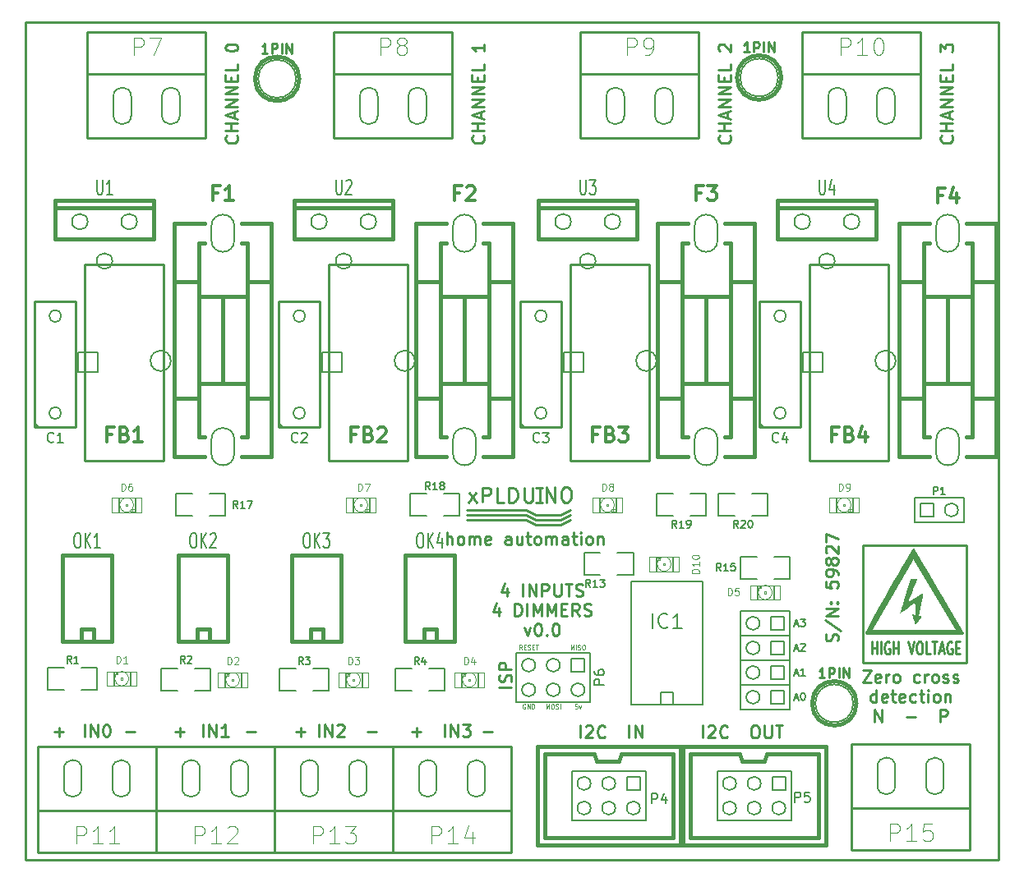
<source format=gto>
G04 (created by PCBNEW (2011-nov-30)-testing) date jeu. 18 oct. 2012 20:37:39 CEST*
%MOIN*%
G04 Gerber Fmt 3.4, Leading zero omitted, Abs format*
%FSLAX34Y34*%
G01*
G70*
G90*
G04 APERTURE LIST*
%ADD10C,0.006*%
%ADD11C,0.01*%
%ADD12C,0.0045*%
%ADD13C,0.005*%
%ADD14C,0.008*%
%ADD15C,0.0026*%
%ADD16C,0.004*%
%ADD17C,0.015*%
%ADD18C,0.0001*%
%ADD19C,0.0094*%
%ADD20C,0.0035*%
%ADD21C,0.012*%
%ADD22C,0.0089*%
G04 APERTURE END LIST*
G54D10*
G54D11*
X66757Y-56412D02*
X67138Y-56412D01*
X66948Y-56602D02*
X66948Y-56221D01*
X69662Y-56412D02*
X70043Y-56412D01*
X62057Y-56412D02*
X62438Y-56412D01*
X62248Y-56602D02*
X62248Y-56221D01*
X64962Y-56412D02*
X65343Y-56412D01*
X57157Y-56412D02*
X57538Y-56412D01*
X57348Y-56602D02*
X57348Y-56221D01*
X60062Y-56412D02*
X60443Y-56412D01*
X52257Y-56412D02*
X52638Y-56412D01*
X52448Y-56602D02*
X52448Y-56221D01*
X55162Y-56412D02*
X55543Y-56412D01*
X53500Y-56602D02*
X53500Y-56102D01*
X53738Y-56602D02*
X53738Y-56102D01*
X54024Y-56602D01*
X54024Y-56102D01*
X54357Y-56102D02*
X54405Y-56102D01*
X54453Y-56126D01*
X54476Y-56150D01*
X54500Y-56198D01*
X54524Y-56293D01*
X54524Y-56412D01*
X54500Y-56507D01*
X54476Y-56555D01*
X54453Y-56579D01*
X54405Y-56602D01*
X54357Y-56602D01*
X54310Y-56579D01*
X54286Y-56555D01*
X54262Y-56507D01*
X54238Y-56412D01*
X54238Y-56293D01*
X54262Y-56198D01*
X54286Y-56150D01*
X54310Y-56126D01*
X54357Y-56102D01*
X84029Y-52716D02*
X84052Y-52644D01*
X84052Y-52525D01*
X84029Y-52478D01*
X84005Y-52454D01*
X83957Y-52430D01*
X83910Y-52430D01*
X83862Y-52454D01*
X83838Y-52478D01*
X83814Y-52525D01*
X83790Y-52621D01*
X83767Y-52668D01*
X83743Y-52692D01*
X83695Y-52716D01*
X83648Y-52716D01*
X83600Y-52692D01*
X83576Y-52668D01*
X83552Y-52621D01*
X83552Y-52501D01*
X83576Y-52430D01*
X83529Y-51859D02*
X84171Y-52287D01*
X84052Y-51692D02*
X83552Y-51692D01*
X84052Y-51406D01*
X83552Y-51406D01*
X84005Y-51168D02*
X84029Y-51144D01*
X84052Y-51168D01*
X84029Y-51192D01*
X84005Y-51168D01*
X84052Y-51168D01*
X83743Y-51168D02*
X83767Y-51144D01*
X83790Y-51168D01*
X83767Y-51192D01*
X83743Y-51168D01*
X83790Y-51168D01*
X83552Y-50311D02*
X83552Y-50549D01*
X83790Y-50573D01*
X83767Y-50549D01*
X83743Y-50501D01*
X83743Y-50382D01*
X83767Y-50335D01*
X83790Y-50311D01*
X83838Y-50287D01*
X83957Y-50287D01*
X84005Y-50311D01*
X84029Y-50335D01*
X84052Y-50382D01*
X84052Y-50501D01*
X84029Y-50549D01*
X84005Y-50573D01*
X84052Y-50049D02*
X84052Y-49954D01*
X84029Y-49906D01*
X84005Y-49882D01*
X83933Y-49835D01*
X83838Y-49811D01*
X83648Y-49811D01*
X83600Y-49835D01*
X83576Y-49859D01*
X83552Y-49906D01*
X83552Y-50002D01*
X83576Y-50049D01*
X83600Y-50073D01*
X83648Y-50097D01*
X83767Y-50097D01*
X83814Y-50073D01*
X83838Y-50049D01*
X83862Y-50002D01*
X83862Y-49906D01*
X83838Y-49859D01*
X83814Y-49835D01*
X83767Y-49811D01*
X83767Y-49526D02*
X83743Y-49573D01*
X83719Y-49597D01*
X83671Y-49621D01*
X83648Y-49621D01*
X83600Y-49597D01*
X83576Y-49573D01*
X83552Y-49526D01*
X83552Y-49430D01*
X83576Y-49383D01*
X83600Y-49359D01*
X83648Y-49335D01*
X83671Y-49335D01*
X83719Y-49359D01*
X83743Y-49383D01*
X83767Y-49430D01*
X83767Y-49526D01*
X83790Y-49573D01*
X83814Y-49597D01*
X83862Y-49621D01*
X83957Y-49621D01*
X84005Y-49597D01*
X84029Y-49573D01*
X84052Y-49526D01*
X84052Y-49430D01*
X84029Y-49383D01*
X84005Y-49359D01*
X83957Y-49335D01*
X83862Y-49335D01*
X83814Y-49359D01*
X83790Y-49383D01*
X83767Y-49430D01*
X83600Y-49145D02*
X83576Y-49121D01*
X83552Y-49073D01*
X83552Y-48954D01*
X83576Y-48907D01*
X83600Y-48883D01*
X83648Y-48859D01*
X83695Y-48859D01*
X83767Y-48883D01*
X84052Y-49169D01*
X84052Y-48859D01*
X83552Y-48693D02*
X83552Y-48359D01*
X84052Y-48574D01*
X68184Y-48802D02*
X68184Y-48302D01*
X68398Y-48802D02*
X68398Y-48540D01*
X68375Y-48493D01*
X68327Y-48469D01*
X68255Y-48469D01*
X68208Y-48493D01*
X68184Y-48517D01*
X68707Y-48802D02*
X68660Y-48779D01*
X68636Y-48755D01*
X68612Y-48707D01*
X68612Y-48564D01*
X68636Y-48517D01*
X68660Y-48493D01*
X68707Y-48469D01*
X68779Y-48469D01*
X68827Y-48493D01*
X68850Y-48517D01*
X68874Y-48564D01*
X68874Y-48707D01*
X68850Y-48755D01*
X68827Y-48779D01*
X68779Y-48802D01*
X68707Y-48802D01*
X69088Y-48802D02*
X69088Y-48469D01*
X69088Y-48517D02*
X69112Y-48493D01*
X69159Y-48469D01*
X69231Y-48469D01*
X69279Y-48493D01*
X69302Y-48540D01*
X69302Y-48802D01*
X69302Y-48540D02*
X69326Y-48493D01*
X69374Y-48469D01*
X69445Y-48469D01*
X69493Y-48493D01*
X69517Y-48540D01*
X69517Y-48802D01*
X69946Y-48779D02*
X69898Y-48802D01*
X69803Y-48802D01*
X69755Y-48779D01*
X69731Y-48731D01*
X69731Y-48540D01*
X69755Y-48493D01*
X69803Y-48469D01*
X69898Y-48469D01*
X69946Y-48493D01*
X69969Y-48540D01*
X69969Y-48588D01*
X69731Y-48636D01*
X70779Y-48802D02*
X70779Y-48540D01*
X70756Y-48493D01*
X70708Y-48469D01*
X70613Y-48469D01*
X70565Y-48493D01*
X70779Y-48779D02*
X70732Y-48802D01*
X70613Y-48802D01*
X70565Y-48779D01*
X70541Y-48731D01*
X70541Y-48683D01*
X70565Y-48636D01*
X70613Y-48612D01*
X70732Y-48612D01*
X70779Y-48588D01*
X71231Y-48469D02*
X71231Y-48802D01*
X71017Y-48469D02*
X71017Y-48731D01*
X71041Y-48779D01*
X71088Y-48802D01*
X71160Y-48802D01*
X71208Y-48779D01*
X71231Y-48755D01*
X71398Y-48469D02*
X71588Y-48469D01*
X71469Y-48302D02*
X71469Y-48731D01*
X71493Y-48779D01*
X71540Y-48802D01*
X71588Y-48802D01*
X71826Y-48802D02*
X71779Y-48779D01*
X71755Y-48755D01*
X71731Y-48707D01*
X71731Y-48564D01*
X71755Y-48517D01*
X71779Y-48493D01*
X71826Y-48469D01*
X71898Y-48469D01*
X71946Y-48493D01*
X71969Y-48517D01*
X71993Y-48564D01*
X71993Y-48707D01*
X71969Y-48755D01*
X71946Y-48779D01*
X71898Y-48802D01*
X71826Y-48802D01*
X72207Y-48802D02*
X72207Y-48469D01*
X72207Y-48517D02*
X72231Y-48493D01*
X72278Y-48469D01*
X72350Y-48469D01*
X72398Y-48493D01*
X72421Y-48540D01*
X72421Y-48802D01*
X72421Y-48540D02*
X72445Y-48493D01*
X72493Y-48469D01*
X72564Y-48469D01*
X72612Y-48493D01*
X72636Y-48540D01*
X72636Y-48802D01*
X73088Y-48802D02*
X73088Y-48540D01*
X73065Y-48493D01*
X73017Y-48469D01*
X72922Y-48469D01*
X72874Y-48493D01*
X73088Y-48779D02*
X73041Y-48802D01*
X72922Y-48802D01*
X72874Y-48779D01*
X72850Y-48731D01*
X72850Y-48683D01*
X72874Y-48636D01*
X72922Y-48612D01*
X73041Y-48612D01*
X73088Y-48588D01*
X73255Y-48469D02*
X73445Y-48469D01*
X73326Y-48302D02*
X73326Y-48731D01*
X73350Y-48779D01*
X73397Y-48802D01*
X73445Y-48802D01*
X73612Y-48802D02*
X73612Y-48469D01*
X73612Y-48302D02*
X73588Y-48326D01*
X73612Y-48350D01*
X73636Y-48326D01*
X73612Y-48302D01*
X73612Y-48350D01*
X73921Y-48802D02*
X73874Y-48779D01*
X73850Y-48755D01*
X73826Y-48707D01*
X73826Y-48564D01*
X73850Y-48517D01*
X73874Y-48493D01*
X73921Y-48469D01*
X73993Y-48469D01*
X74041Y-48493D01*
X74064Y-48517D01*
X74088Y-48564D01*
X74088Y-48707D01*
X74064Y-48755D01*
X74041Y-48779D01*
X73993Y-48802D01*
X73921Y-48802D01*
X74302Y-48469D02*
X74302Y-48802D01*
X74302Y-48517D02*
X74326Y-48493D01*
X74373Y-48469D01*
X74445Y-48469D01*
X74493Y-48493D01*
X74516Y-48540D01*
X74516Y-48802D01*
G54D12*
X73217Y-53081D02*
X73217Y-52881D01*
X73277Y-53024D01*
X73337Y-52881D01*
X73337Y-53081D01*
X73423Y-53081D02*
X73423Y-52881D01*
X73500Y-53071D02*
X73526Y-53081D01*
X73569Y-53081D01*
X73586Y-53071D01*
X73595Y-53062D01*
X73603Y-53043D01*
X73603Y-53024D01*
X73595Y-53005D01*
X73586Y-52995D01*
X73569Y-52986D01*
X73535Y-52976D01*
X73517Y-52967D01*
X73509Y-52957D01*
X73500Y-52938D01*
X73500Y-52919D01*
X73509Y-52900D01*
X73517Y-52890D01*
X73535Y-52881D01*
X73577Y-52881D01*
X73603Y-52890D01*
X73714Y-52881D02*
X73748Y-52881D01*
X73766Y-52890D01*
X73783Y-52910D01*
X73791Y-52948D01*
X73791Y-53014D01*
X73783Y-53052D01*
X73766Y-53071D01*
X73748Y-53081D01*
X73714Y-53081D01*
X73697Y-53071D01*
X73680Y-53052D01*
X73671Y-53014D01*
X73671Y-52948D01*
X73680Y-52910D01*
X73697Y-52890D01*
X73714Y-52881D01*
X71239Y-53081D02*
X71179Y-52986D01*
X71136Y-53081D02*
X71136Y-52881D01*
X71204Y-52881D01*
X71222Y-52890D01*
X71230Y-52900D01*
X71239Y-52919D01*
X71239Y-52948D01*
X71230Y-52967D01*
X71222Y-52976D01*
X71204Y-52986D01*
X71136Y-52986D01*
X71316Y-52976D02*
X71376Y-52976D01*
X71402Y-53081D02*
X71316Y-53081D01*
X71316Y-52881D01*
X71402Y-52881D01*
X71470Y-53071D02*
X71496Y-53081D01*
X71539Y-53081D01*
X71556Y-53071D01*
X71565Y-53062D01*
X71573Y-53043D01*
X71573Y-53024D01*
X71565Y-53005D01*
X71556Y-52995D01*
X71539Y-52986D01*
X71505Y-52976D01*
X71487Y-52967D01*
X71479Y-52957D01*
X71470Y-52938D01*
X71470Y-52919D01*
X71479Y-52900D01*
X71487Y-52890D01*
X71505Y-52881D01*
X71547Y-52881D01*
X71573Y-52890D01*
X71650Y-52976D02*
X71710Y-52976D01*
X71736Y-53081D02*
X71650Y-53081D01*
X71650Y-52881D01*
X71736Y-52881D01*
X71787Y-52881D02*
X71890Y-52881D01*
X71839Y-53081D02*
X71839Y-52881D01*
X71363Y-55290D02*
X71346Y-55281D01*
X71320Y-55281D01*
X71295Y-55290D01*
X71277Y-55310D01*
X71269Y-55329D01*
X71260Y-55367D01*
X71260Y-55395D01*
X71269Y-55433D01*
X71277Y-55452D01*
X71295Y-55471D01*
X71320Y-55481D01*
X71337Y-55481D01*
X71363Y-55471D01*
X71372Y-55462D01*
X71372Y-55395D01*
X71337Y-55395D01*
X71449Y-55481D02*
X71449Y-55281D01*
X71552Y-55481D01*
X71552Y-55281D01*
X71638Y-55481D02*
X71638Y-55281D01*
X71681Y-55281D01*
X71706Y-55290D01*
X71724Y-55310D01*
X71732Y-55329D01*
X71741Y-55367D01*
X71741Y-55395D01*
X71732Y-55433D01*
X71724Y-55452D01*
X71706Y-55471D01*
X71681Y-55481D01*
X71638Y-55481D01*
X72217Y-55481D02*
X72217Y-55281D01*
X72277Y-55424D01*
X72337Y-55281D01*
X72337Y-55481D01*
X72457Y-55281D02*
X72491Y-55281D01*
X72509Y-55290D01*
X72526Y-55310D01*
X72534Y-55348D01*
X72534Y-55414D01*
X72526Y-55452D01*
X72509Y-55471D01*
X72491Y-55481D01*
X72457Y-55481D01*
X72440Y-55471D01*
X72423Y-55452D01*
X72414Y-55414D01*
X72414Y-55348D01*
X72423Y-55310D01*
X72440Y-55290D01*
X72457Y-55281D01*
X72603Y-55471D02*
X72629Y-55481D01*
X72672Y-55481D01*
X72689Y-55471D01*
X72698Y-55462D01*
X72706Y-55443D01*
X72706Y-55424D01*
X72698Y-55405D01*
X72689Y-55395D01*
X72672Y-55386D01*
X72638Y-55376D01*
X72620Y-55367D01*
X72612Y-55357D01*
X72603Y-55338D01*
X72603Y-55319D01*
X72612Y-55300D01*
X72620Y-55290D01*
X72638Y-55281D01*
X72680Y-55281D01*
X72706Y-55290D01*
X72783Y-55481D02*
X72783Y-55281D01*
X73475Y-55281D02*
X73389Y-55281D01*
X73380Y-55376D01*
X73389Y-55367D01*
X73406Y-55357D01*
X73449Y-55357D01*
X73466Y-55367D01*
X73475Y-55376D01*
X73483Y-55395D01*
X73483Y-55443D01*
X73475Y-55462D01*
X73466Y-55471D01*
X73449Y-55481D01*
X73406Y-55481D01*
X73389Y-55471D01*
X73380Y-55462D01*
X73543Y-55348D02*
X73586Y-55481D01*
X73628Y-55348D01*
G54D11*
X70802Y-54588D02*
X70302Y-54588D01*
X70779Y-54374D02*
X70802Y-54302D01*
X70802Y-54183D01*
X70779Y-54136D01*
X70755Y-54112D01*
X70707Y-54088D01*
X70660Y-54088D01*
X70612Y-54112D01*
X70588Y-54136D01*
X70564Y-54183D01*
X70540Y-54279D01*
X70517Y-54326D01*
X70493Y-54350D01*
X70445Y-54374D01*
X70398Y-54374D01*
X70350Y-54350D01*
X70326Y-54326D01*
X70302Y-54279D01*
X70302Y-54159D01*
X70326Y-54088D01*
X70802Y-53874D02*
X70302Y-53874D01*
X70302Y-53683D01*
X70326Y-53636D01*
X70350Y-53612D01*
X70398Y-53588D01*
X70469Y-53588D01*
X70517Y-53612D01*
X70540Y-53636D01*
X70564Y-53683D01*
X70564Y-53874D01*
X73600Y-56652D02*
X73600Y-56152D01*
X73814Y-56200D02*
X73838Y-56176D01*
X73886Y-56152D01*
X74005Y-56152D01*
X74052Y-56176D01*
X74076Y-56200D01*
X74100Y-56248D01*
X74100Y-56295D01*
X74076Y-56367D01*
X73790Y-56652D01*
X74100Y-56652D01*
X74600Y-56605D02*
X74576Y-56629D01*
X74505Y-56652D01*
X74457Y-56652D01*
X74385Y-56629D01*
X74338Y-56581D01*
X74314Y-56533D01*
X74290Y-56438D01*
X74290Y-56367D01*
X74314Y-56271D01*
X74338Y-56224D01*
X74385Y-56176D01*
X74457Y-56152D01*
X74505Y-56152D01*
X74576Y-56176D01*
X74600Y-56200D01*
X75576Y-56652D02*
X75576Y-56152D01*
X75814Y-56652D02*
X75814Y-56152D01*
X76100Y-56652D01*
X76100Y-56152D01*
X88655Y-32202D02*
X88679Y-32226D01*
X88702Y-32297D01*
X88702Y-32345D01*
X88679Y-32417D01*
X88631Y-32464D01*
X88583Y-32488D01*
X88488Y-32512D01*
X88417Y-32512D01*
X88321Y-32488D01*
X88274Y-32464D01*
X88226Y-32417D01*
X88202Y-32345D01*
X88202Y-32297D01*
X88226Y-32226D01*
X88250Y-32202D01*
X88702Y-31988D02*
X88202Y-31988D01*
X88440Y-31988D02*
X88440Y-31702D01*
X88702Y-31702D02*
X88202Y-31702D01*
X88560Y-31488D02*
X88560Y-31250D01*
X88702Y-31535D02*
X88202Y-31369D01*
X88702Y-31202D01*
X88702Y-31035D02*
X88202Y-31035D01*
X88702Y-30749D01*
X88202Y-30749D01*
X88702Y-30511D02*
X88202Y-30511D01*
X88702Y-30225D01*
X88202Y-30225D01*
X88440Y-29987D02*
X88440Y-29820D01*
X88702Y-29749D02*
X88702Y-29987D01*
X88202Y-29987D01*
X88202Y-29749D01*
X88702Y-29297D02*
X88702Y-29535D01*
X88202Y-29535D01*
X88202Y-28797D02*
X88202Y-28487D01*
X88393Y-28654D01*
X88393Y-28582D01*
X88417Y-28535D01*
X88440Y-28511D01*
X88488Y-28487D01*
X88607Y-28487D01*
X88655Y-28511D01*
X88679Y-28535D01*
X88702Y-28582D01*
X88702Y-28725D01*
X88679Y-28773D01*
X88655Y-28797D01*
X79655Y-32202D02*
X79679Y-32226D01*
X79702Y-32297D01*
X79702Y-32345D01*
X79679Y-32417D01*
X79631Y-32464D01*
X79583Y-32488D01*
X79488Y-32512D01*
X79417Y-32512D01*
X79321Y-32488D01*
X79274Y-32464D01*
X79226Y-32417D01*
X79202Y-32345D01*
X79202Y-32297D01*
X79226Y-32226D01*
X79250Y-32202D01*
X79702Y-31988D02*
X79202Y-31988D01*
X79440Y-31988D02*
X79440Y-31702D01*
X79702Y-31702D02*
X79202Y-31702D01*
X79560Y-31488D02*
X79560Y-31250D01*
X79702Y-31535D02*
X79202Y-31369D01*
X79702Y-31202D01*
X79702Y-31035D02*
X79202Y-31035D01*
X79702Y-30749D01*
X79202Y-30749D01*
X79702Y-30511D02*
X79202Y-30511D01*
X79702Y-30225D01*
X79202Y-30225D01*
X79440Y-29987D02*
X79440Y-29820D01*
X79702Y-29749D02*
X79702Y-29987D01*
X79202Y-29987D01*
X79202Y-29749D01*
X79702Y-29297D02*
X79702Y-29535D01*
X79202Y-29535D01*
X79250Y-28773D02*
X79226Y-28749D01*
X79202Y-28701D01*
X79202Y-28582D01*
X79226Y-28535D01*
X79250Y-28511D01*
X79298Y-28487D01*
X79345Y-28487D01*
X79417Y-28511D01*
X79702Y-28797D01*
X79702Y-28487D01*
X69655Y-32202D02*
X69679Y-32226D01*
X69702Y-32297D01*
X69702Y-32345D01*
X69679Y-32417D01*
X69631Y-32464D01*
X69583Y-32488D01*
X69488Y-32512D01*
X69417Y-32512D01*
X69321Y-32488D01*
X69274Y-32464D01*
X69226Y-32417D01*
X69202Y-32345D01*
X69202Y-32297D01*
X69226Y-32226D01*
X69250Y-32202D01*
X69702Y-31988D02*
X69202Y-31988D01*
X69440Y-31988D02*
X69440Y-31702D01*
X69702Y-31702D02*
X69202Y-31702D01*
X69560Y-31488D02*
X69560Y-31250D01*
X69702Y-31535D02*
X69202Y-31369D01*
X69702Y-31202D01*
X69702Y-31035D02*
X69202Y-31035D01*
X69702Y-30749D01*
X69202Y-30749D01*
X69702Y-30511D02*
X69202Y-30511D01*
X69702Y-30225D01*
X69202Y-30225D01*
X69440Y-29987D02*
X69440Y-29820D01*
X69702Y-29749D02*
X69702Y-29987D01*
X69202Y-29987D01*
X69202Y-29749D01*
X69702Y-29297D02*
X69702Y-29535D01*
X69202Y-29535D01*
X69702Y-28487D02*
X69702Y-28773D01*
X69702Y-28630D02*
X69202Y-28630D01*
X69274Y-28678D01*
X69321Y-28725D01*
X69345Y-28773D01*
X59655Y-32202D02*
X59679Y-32226D01*
X59702Y-32297D01*
X59702Y-32345D01*
X59679Y-32417D01*
X59631Y-32464D01*
X59583Y-32488D01*
X59488Y-32512D01*
X59417Y-32512D01*
X59321Y-32488D01*
X59274Y-32464D01*
X59226Y-32417D01*
X59202Y-32345D01*
X59202Y-32297D01*
X59226Y-32226D01*
X59250Y-32202D01*
X59702Y-31988D02*
X59202Y-31988D01*
X59440Y-31988D02*
X59440Y-31702D01*
X59702Y-31702D02*
X59202Y-31702D01*
X59560Y-31488D02*
X59560Y-31250D01*
X59702Y-31535D02*
X59202Y-31369D01*
X59702Y-31202D01*
X59702Y-31035D02*
X59202Y-31035D01*
X59702Y-30749D01*
X59202Y-30749D01*
X59702Y-30511D02*
X59202Y-30511D01*
X59702Y-30225D01*
X59202Y-30225D01*
X59440Y-29987D02*
X59440Y-29820D01*
X59702Y-29749D02*
X59702Y-29987D01*
X59202Y-29987D01*
X59202Y-29749D01*
X59702Y-29297D02*
X59702Y-29535D01*
X59202Y-29535D01*
X59202Y-28654D02*
X59202Y-28606D01*
X59226Y-28558D01*
X59250Y-28535D01*
X59298Y-28511D01*
X59393Y-28487D01*
X59512Y-28487D01*
X59607Y-28511D01*
X59655Y-28535D01*
X59679Y-28558D01*
X59702Y-28606D01*
X59702Y-28654D01*
X59679Y-28701D01*
X59655Y-28725D01*
X59607Y-28749D01*
X59512Y-28773D01*
X59393Y-28773D01*
X59298Y-28749D01*
X59250Y-28725D01*
X59226Y-28701D01*
X59202Y-28654D01*
X68100Y-56602D02*
X68100Y-56102D01*
X68338Y-56602D02*
X68338Y-56102D01*
X68624Y-56602D01*
X68624Y-56102D01*
X68814Y-56102D02*
X69124Y-56102D01*
X68957Y-56293D01*
X69029Y-56293D01*
X69076Y-56317D01*
X69100Y-56340D01*
X69124Y-56388D01*
X69124Y-56507D01*
X69100Y-56555D01*
X69076Y-56579D01*
X69029Y-56602D01*
X68886Y-56602D01*
X68838Y-56579D01*
X68814Y-56555D01*
X63000Y-56602D02*
X63000Y-56102D01*
X63238Y-56602D02*
X63238Y-56102D01*
X63524Y-56602D01*
X63524Y-56102D01*
X63738Y-56150D02*
X63762Y-56126D01*
X63810Y-56102D01*
X63929Y-56102D01*
X63976Y-56126D01*
X64000Y-56150D01*
X64024Y-56198D01*
X64024Y-56245D01*
X64000Y-56317D01*
X63714Y-56602D01*
X64024Y-56602D01*
X58300Y-56602D02*
X58300Y-56102D01*
X58538Y-56602D02*
X58538Y-56102D01*
X58824Y-56602D01*
X58824Y-56102D01*
X59324Y-56602D02*
X59038Y-56602D01*
X59181Y-56602D02*
X59181Y-56102D01*
X59133Y-56174D01*
X59086Y-56221D01*
X59038Y-56245D01*
X78567Y-56652D02*
X78567Y-56152D01*
X78781Y-56200D02*
X78805Y-56176D01*
X78853Y-56152D01*
X78972Y-56152D01*
X79019Y-56176D01*
X79043Y-56200D01*
X79067Y-56248D01*
X79067Y-56295D01*
X79043Y-56367D01*
X78757Y-56652D01*
X79067Y-56652D01*
X79567Y-56605D02*
X79543Y-56629D01*
X79472Y-56652D01*
X79424Y-56652D01*
X79352Y-56629D01*
X79305Y-56581D01*
X79281Y-56533D01*
X79257Y-56438D01*
X79257Y-56367D01*
X79281Y-56271D01*
X79305Y-56224D01*
X79352Y-56176D01*
X79424Y-56152D01*
X79472Y-56152D01*
X79543Y-56176D01*
X79567Y-56200D01*
X80638Y-56152D02*
X80734Y-56152D01*
X80781Y-56176D01*
X80829Y-56224D01*
X80853Y-56319D01*
X80853Y-56486D01*
X80829Y-56581D01*
X80781Y-56629D01*
X80734Y-56652D01*
X80638Y-56652D01*
X80591Y-56629D01*
X80543Y-56581D01*
X80519Y-56486D01*
X80519Y-56319D01*
X80543Y-56224D01*
X80591Y-56176D01*
X80638Y-56152D01*
X81067Y-56152D02*
X81067Y-56557D01*
X81091Y-56605D01*
X81115Y-56629D01*
X81162Y-56652D01*
X81258Y-56652D01*
X81305Y-56629D01*
X81329Y-56605D01*
X81353Y-56557D01*
X81353Y-56152D01*
X81520Y-56152D02*
X81805Y-56152D01*
X81662Y-56652D02*
X81662Y-56152D01*
X70633Y-50569D02*
X70633Y-50902D01*
X70514Y-50379D02*
X70395Y-50736D01*
X70705Y-50736D01*
X71276Y-50902D02*
X71276Y-50402D01*
X71514Y-50902D02*
X71514Y-50402D01*
X71800Y-50902D01*
X71800Y-50402D01*
X72038Y-50902D02*
X72038Y-50402D01*
X72229Y-50402D01*
X72276Y-50426D01*
X72300Y-50450D01*
X72324Y-50498D01*
X72324Y-50569D01*
X72300Y-50617D01*
X72276Y-50640D01*
X72229Y-50664D01*
X72038Y-50664D01*
X72538Y-50402D02*
X72538Y-50807D01*
X72562Y-50855D01*
X72586Y-50879D01*
X72633Y-50902D01*
X72729Y-50902D01*
X72776Y-50879D01*
X72800Y-50855D01*
X72824Y-50807D01*
X72824Y-50402D01*
X72991Y-50402D02*
X73276Y-50402D01*
X73133Y-50902D02*
X73133Y-50402D01*
X73419Y-50879D02*
X73491Y-50902D01*
X73610Y-50902D01*
X73657Y-50879D01*
X73681Y-50855D01*
X73705Y-50807D01*
X73705Y-50760D01*
X73681Y-50712D01*
X73657Y-50688D01*
X73610Y-50664D01*
X73514Y-50640D01*
X73467Y-50617D01*
X73443Y-50593D01*
X73419Y-50545D01*
X73419Y-50498D01*
X73443Y-50450D01*
X73467Y-50426D01*
X73514Y-50402D01*
X73634Y-50402D01*
X73705Y-50426D01*
X70301Y-51369D02*
X70301Y-51702D01*
X70182Y-51179D02*
X70063Y-51536D01*
X70373Y-51536D01*
X70944Y-51702D02*
X70944Y-51202D01*
X71063Y-51202D01*
X71135Y-51226D01*
X71182Y-51274D01*
X71206Y-51321D01*
X71230Y-51417D01*
X71230Y-51488D01*
X71206Y-51583D01*
X71182Y-51631D01*
X71135Y-51679D01*
X71063Y-51702D01*
X70944Y-51702D01*
X71444Y-51702D02*
X71444Y-51202D01*
X71682Y-51702D02*
X71682Y-51202D01*
X71849Y-51560D01*
X72015Y-51202D01*
X72015Y-51702D01*
X72253Y-51702D02*
X72253Y-51202D01*
X72420Y-51560D01*
X72586Y-51202D01*
X72586Y-51702D01*
X72824Y-51440D02*
X72991Y-51440D01*
X73062Y-51702D02*
X72824Y-51702D01*
X72824Y-51202D01*
X73062Y-51202D01*
X73562Y-51702D02*
X73395Y-51464D01*
X73276Y-51702D02*
X73276Y-51202D01*
X73467Y-51202D01*
X73514Y-51226D01*
X73538Y-51250D01*
X73562Y-51298D01*
X73562Y-51369D01*
X73538Y-51417D01*
X73514Y-51440D01*
X73467Y-51464D01*
X73276Y-51464D01*
X73752Y-51679D02*
X73824Y-51702D01*
X73943Y-51702D01*
X73990Y-51679D01*
X74014Y-51655D01*
X74038Y-51607D01*
X74038Y-51560D01*
X74014Y-51512D01*
X73990Y-51488D01*
X73943Y-51464D01*
X73847Y-51440D01*
X73800Y-51417D01*
X73776Y-51393D01*
X73752Y-51345D01*
X73752Y-51298D01*
X73776Y-51250D01*
X73800Y-51226D01*
X73847Y-51202D01*
X73967Y-51202D01*
X74038Y-51226D01*
X71336Y-52169D02*
X71455Y-52502D01*
X71575Y-52169D01*
X71860Y-52002D02*
X71908Y-52002D01*
X71956Y-52026D01*
X71979Y-52050D01*
X72003Y-52098D01*
X72027Y-52193D01*
X72027Y-52312D01*
X72003Y-52407D01*
X71979Y-52455D01*
X71956Y-52479D01*
X71908Y-52502D01*
X71860Y-52502D01*
X71813Y-52479D01*
X71789Y-52455D01*
X71765Y-52407D01*
X71741Y-52312D01*
X71741Y-52193D01*
X71765Y-52098D01*
X71789Y-52050D01*
X71813Y-52026D01*
X71860Y-52002D01*
X72241Y-52455D02*
X72265Y-52479D01*
X72241Y-52502D01*
X72217Y-52479D01*
X72241Y-52455D01*
X72241Y-52502D01*
X72574Y-52002D02*
X72622Y-52002D01*
X72670Y-52026D01*
X72693Y-52050D01*
X72717Y-52098D01*
X72741Y-52193D01*
X72741Y-52312D01*
X72717Y-52407D01*
X72693Y-52455D01*
X72670Y-52479D01*
X72622Y-52502D01*
X72574Y-52502D01*
X72527Y-52479D01*
X72503Y-52455D01*
X72479Y-52407D01*
X72455Y-52312D01*
X72455Y-52193D01*
X72479Y-52098D01*
X72503Y-52050D01*
X72527Y-52026D01*
X72574Y-52002D01*
X85047Y-53902D02*
X85381Y-53902D01*
X85047Y-54402D01*
X85381Y-54402D01*
X85762Y-54379D02*
X85714Y-54402D01*
X85619Y-54402D01*
X85571Y-54379D01*
X85547Y-54331D01*
X85547Y-54140D01*
X85571Y-54093D01*
X85619Y-54069D01*
X85714Y-54069D01*
X85762Y-54093D01*
X85785Y-54140D01*
X85785Y-54188D01*
X85547Y-54236D01*
X86000Y-54402D02*
X86000Y-54069D01*
X86000Y-54164D02*
X86024Y-54117D01*
X86048Y-54093D01*
X86095Y-54069D01*
X86143Y-54069D01*
X86381Y-54402D02*
X86334Y-54379D01*
X86310Y-54355D01*
X86286Y-54307D01*
X86286Y-54164D01*
X86310Y-54117D01*
X86334Y-54093D01*
X86381Y-54069D01*
X86453Y-54069D01*
X86501Y-54093D01*
X86524Y-54117D01*
X86548Y-54164D01*
X86548Y-54307D01*
X86524Y-54355D01*
X86501Y-54379D01*
X86453Y-54402D01*
X86381Y-54402D01*
X87357Y-54379D02*
X87310Y-54402D01*
X87214Y-54402D01*
X87167Y-54379D01*
X87143Y-54355D01*
X87119Y-54307D01*
X87119Y-54164D01*
X87143Y-54117D01*
X87167Y-54093D01*
X87214Y-54069D01*
X87310Y-54069D01*
X87357Y-54093D01*
X87572Y-54402D02*
X87572Y-54069D01*
X87572Y-54164D02*
X87596Y-54117D01*
X87620Y-54093D01*
X87667Y-54069D01*
X87715Y-54069D01*
X87953Y-54402D02*
X87906Y-54379D01*
X87882Y-54355D01*
X87858Y-54307D01*
X87858Y-54164D01*
X87882Y-54117D01*
X87906Y-54093D01*
X87953Y-54069D01*
X88025Y-54069D01*
X88073Y-54093D01*
X88096Y-54117D01*
X88120Y-54164D01*
X88120Y-54307D01*
X88096Y-54355D01*
X88073Y-54379D01*
X88025Y-54402D01*
X87953Y-54402D01*
X88310Y-54379D02*
X88358Y-54402D01*
X88453Y-54402D01*
X88501Y-54379D01*
X88525Y-54331D01*
X88525Y-54307D01*
X88501Y-54260D01*
X88453Y-54236D01*
X88382Y-54236D01*
X88334Y-54212D01*
X88310Y-54164D01*
X88310Y-54140D01*
X88334Y-54093D01*
X88382Y-54069D01*
X88453Y-54069D01*
X88501Y-54093D01*
X88715Y-54379D02*
X88763Y-54402D01*
X88858Y-54402D01*
X88906Y-54379D01*
X88930Y-54331D01*
X88930Y-54307D01*
X88906Y-54260D01*
X88858Y-54236D01*
X88787Y-54236D01*
X88739Y-54212D01*
X88715Y-54164D01*
X88715Y-54140D01*
X88739Y-54093D01*
X88787Y-54069D01*
X88858Y-54069D01*
X88906Y-54093D01*
X85607Y-55202D02*
X85607Y-54702D01*
X85607Y-55179D02*
X85560Y-55202D01*
X85464Y-55202D01*
X85417Y-55179D01*
X85393Y-55155D01*
X85369Y-55107D01*
X85369Y-54964D01*
X85393Y-54917D01*
X85417Y-54893D01*
X85464Y-54869D01*
X85560Y-54869D01*
X85607Y-54893D01*
X86036Y-55179D02*
X85988Y-55202D01*
X85893Y-55202D01*
X85845Y-55179D01*
X85821Y-55131D01*
X85821Y-54940D01*
X85845Y-54893D01*
X85893Y-54869D01*
X85988Y-54869D01*
X86036Y-54893D01*
X86059Y-54940D01*
X86059Y-54988D01*
X85821Y-55036D01*
X86203Y-54869D02*
X86393Y-54869D01*
X86274Y-54702D02*
X86274Y-55131D01*
X86298Y-55179D01*
X86345Y-55202D01*
X86393Y-55202D01*
X86751Y-55179D02*
X86703Y-55202D01*
X86608Y-55202D01*
X86560Y-55179D01*
X86536Y-55131D01*
X86536Y-54940D01*
X86560Y-54893D01*
X86608Y-54869D01*
X86703Y-54869D01*
X86751Y-54893D01*
X86774Y-54940D01*
X86774Y-54988D01*
X86536Y-55036D01*
X87203Y-55179D02*
X87156Y-55202D01*
X87060Y-55202D01*
X87013Y-55179D01*
X86989Y-55155D01*
X86965Y-55107D01*
X86965Y-54964D01*
X86989Y-54917D01*
X87013Y-54893D01*
X87060Y-54869D01*
X87156Y-54869D01*
X87203Y-54893D01*
X87347Y-54869D02*
X87537Y-54869D01*
X87418Y-54702D02*
X87418Y-55131D01*
X87442Y-55179D01*
X87489Y-55202D01*
X87537Y-55202D01*
X87704Y-55202D02*
X87704Y-54869D01*
X87704Y-54702D02*
X87680Y-54726D01*
X87704Y-54750D01*
X87728Y-54726D01*
X87704Y-54702D01*
X87704Y-54750D01*
X88013Y-55202D02*
X87966Y-55179D01*
X87942Y-55155D01*
X87918Y-55107D01*
X87918Y-54964D01*
X87942Y-54917D01*
X87966Y-54893D01*
X88013Y-54869D01*
X88085Y-54869D01*
X88133Y-54893D01*
X88156Y-54917D01*
X88180Y-54964D01*
X88180Y-55107D01*
X88156Y-55155D01*
X88133Y-55179D01*
X88085Y-55202D01*
X88013Y-55202D01*
X88394Y-54869D02*
X88394Y-55202D01*
X88394Y-54917D02*
X88418Y-54893D01*
X88465Y-54869D01*
X88537Y-54869D01*
X88585Y-54893D01*
X88608Y-54940D01*
X88608Y-55202D01*
X85536Y-56002D02*
X85536Y-55502D01*
X85822Y-56002D01*
X85822Y-55502D01*
X86822Y-55812D02*
X87203Y-55812D01*
X88203Y-56002D02*
X88203Y-55502D01*
X88394Y-55502D01*
X88441Y-55526D01*
X88465Y-55550D01*
X88489Y-55598D01*
X88489Y-55669D01*
X88465Y-55717D01*
X88441Y-55740D01*
X88394Y-55764D01*
X88203Y-55764D01*
X51100Y-61600D02*
X51100Y-61400D01*
X90550Y-61600D02*
X51100Y-61600D01*
X90550Y-27600D02*
X90550Y-61600D01*
X51100Y-27600D02*
X90550Y-27600D01*
X51100Y-61400D02*
X51100Y-27600D01*
G54D13*
X78550Y-50300D02*
X75650Y-50300D01*
X75650Y-55300D02*
X78550Y-55300D01*
X78550Y-50300D02*
X78550Y-55300D01*
X75650Y-55300D02*
X75650Y-50300D01*
X76850Y-55300D02*
X76850Y-54800D01*
X76850Y-54800D02*
X77350Y-54800D01*
X77350Y-54800D02*
X77350Y-55300D01*
X54000Y-54700D02*
X54000Y-53800D01*
X54000Y-53800D02*
X53350Y-53800D01*
X52650Y-54700D02*
X52000Y-54700D01*
X52000Y-54700D02*
X52000Y-53800D01*
X52000Y-53800D02*
X52650Y-53800D01*
X53350Y-54700D02*
X54000Y-54700D01*
X66700Y-46750D02*
X66700Y-47650D01*
X66700Y-47650D02*
X67350Y-47650D01*
X68050Y-46750D02*
X68700Y-46750D01*
X68700Y-46750D02*
X68700Y-47650D01*
X68700Y-47650D02*
X68050Y-47650D01*
X67350Y-46750D02*
X66700Y-46750D01*
X58600Y-54750D02*
X58600Y-53850D01*
X58600Y-53850D02*
X57950Y-53850D01*
X57250Y-54750D02*
X56600Y-54750D01*
X56600Y-54750D02*
X56600Y-53850D01*
X56600Y-53850D02*
X57250Y-53850D01*
X57950Y-54750D02*
X58600Y-54750D01*
X76700Y-46750D02*
X76700Y-47650D01*
X76700Y-47650D02*
X77350Y-47650D01*
X78050Y-46750D02*
X78700Y-46750D01*
X78700Y-46750D02*
X78700Y-47650D01*
X78700Y-47650D02*
X78050Y-47650D01*
X77350Y-46750D02*
X76700Y-46750D01*
X68100Y-54750D02*
X68100Y-53850D01*
X68100Y-53850D02*
X67450Y-53850D01*
X66750Y-54750D02*
X66100Y-54750D01*
X66100Y-54750D02*
X66100Y-53850D01*
X66100Y-53850D02*
X66750Y-53850D01*
X67450Y-54750D02*
X68100Y-54750D01*
X57200Y-46750D02*
X57200Y-47650D01*
X57200Y-47650D02*
X57850Y-47650D01*
X58550Y-46750D02*
X59200Y-46750D01*
X59200Y-46750D02*
X59200Y-47650D01*
X59200Y-47650D02*
X58550Y-47650D01*
X57850Y-46750D02*
X57200Y-46750D01*
X63400Y-54750D02*
X63400Y-53850D01*
X63400Y-53850D02*
X62750Y-53850D01*
X62050Y-54750D02*
X61400Y-54750D01*
X61400Y-54750D02*
X61400Y-53850D01*
X61400Y-53850D02*
X62050Y-53850D01*
X62750Y-54750D02*
X63400Y-54750D01*
X81200Y-47650D02*
X81200Y-46750D01*
X81200Y-46750D02*
X80550Y-46750D01*
X79850Y-47650D02*
X79200Y-47650D01*
X79200Y-47650D02*
X79200Y-46750D01*
X79200Y-46750D02*
X79850Y-46750D01*
X80550Y-47650D02*
X81200Y-47650D01*
X80100Y-49300D02*
X80100Y-50200D01*
X80100Y-50200D02*
X80750Y-50200D01*
X81450Y-49300D02*
X82100Y-49300D01*
X82100Y-49300D02*
X82100Y-50200D01*
X82100Y-50200D02*
X81450Y-50200D01*
X80750Y-49300D02*
X80100Y-49300D01*
G54D14*
X71000Y-53200D02*
X74000Y-53200D01*
X74000Y-55200D02*
X71000Y-55200D01*
X71000Y-55200D02*
X71000Y-53200D01*
X74000Y-53200D02*
X74000Y-55200D01*
G54D15*
X55161Y-47239D02*
X55239Y-47239D01*
X55239Y-47239D02*
X55239Y-47161D01*
X55161Y-47161D02*
X55239Y-47161D01*
X55161Y-47239D02*
X55161Y-47161D01*
X55377Y-47475D02*
X55514Y-47475D01*
X55514Y-47475D02*
X55514Y-47377D01*
X55377Y-47377D02*
X55514Y-47377D01*
X55377Y-47475D02*
X55377Y-47377D01*
X55514Y-47475D02*
X55554Y-47475D01*
X55554Y-47475D02*
X55554Y-47004D01*
X55514Y-47004D02*
X55554Y-47004D01*
X55514Y-47475D02*
X55514Y-47004D01*
X55514Y-46984D02*
X55554Y-46984D01*
X55554Y-46984D02*
X55554Y-46925D01*
X55514Y-46925D02*
X55554Y-46925D01*
X55514Y-46984D02*
X55514Y-46925D01*
X54846Y-47475D02*
X54886Y-47475D01*
X54886Y-47475D02*
X54886Y-47004D01*
X54846Y-47004D02*
X54886Y-47004D01*
X54846Y-47475D02*
X54846Y-47004D01*
X54846Y-46984D02*
X54886Y-46984D01*
X54886Y-46984D02*
X54886Y-46925D01*
X54846Y-46925D02*
X54886Y-46925D01*
X54846Y-46984D02*
X54846Y-46925D01*
X55377Y-47475D02*
X55436Y-47475D01*
X55436Y-47475D02*
X55436Y-47377D01*
X55377Y-47377D02*
X55436Y-47377D01*
X55377Y-47475D02*
X55377Y-47377D01*
G54D16*
X55810Y-47495D02*
X54590Y-47495D01*
X54590Y-47495D02*
X54590Y-46905D01*
X54590Y-46905D02*
X55810Y-46905D01*
X55810Y-46905D02*
X55810Y-47495D01*
X54985Y-47396D02*
G75*
G03X55416Y-47395I215J196D01*
G74*
G01*
X54985Y-47004D02*
G75*
G03X54984Y-47395I215J-196D01*
G74*
G01*
X55415Y-47004D02*
G75*
G03X54984Y-47005I-215J-196D01*
G74*
G01*
X55415Y-47396D02*
G75*
G03X55416Y-47005I-215J196D01*
G74*
G01*
G54D15*
X81139Y-50711D02*
X81061Y-50711D01*
X81061Y-50711D02*
X81061Y-50789D01*
X81139Y-50789D02*
X81061Y-50789D01*
X81139Y-50711D02*
X81139Y-50789D01*
X80923Y-50475D02*
X80786Y-50475D01*
X80786Y-50475D02*
X80786Y-50573D01*
X80923Y-50573D02*
X80786Y-50573D01*
X80923Y-50475D02*
X80923Y-50573D01*
X80786Y-50475D02*
X80746Y-50475D01*
X80746Y-50475D02*
X80746Y-50946D01*
X80786Y-50946D02*
X80746Y-50946D01*
X80786Y-50475D02*
X80786Y-50946D01*
X80786Y-50966D02*
X80746Y-50966D01*
X80746Y-50966D02*
X80746Y-51025D01*
X80786Y-51025D02*
X80746Y-51025D01*
X80786Y-50966D02*
X80786Y-51025D01*
X81454Y-50475D02*
X81414Y-50475D01*
X81414Y-50475D02*
X81414Y-50946D01*
X81454Y-50946D02*
X81414Y-50946D01*
X81454Y-50475D02*
X81454Y-50946D01*
X81454Y-50966D02*
X81414Y-50966D01*
X81414Y-50966D02*
X81414Y-51025D01*
X81454Y-51025D02*
X81414Y-51025D01*
X81454Y-50966D02*
X81454Y-51025D01*
X80923Y-50475D02*
X80864Y-50475D01*
X80864Y-50475D02*
X80864Y-50573D01*
X80923Y-50573D02*
X80864Y-50573D01*
X80923Y-50475D02*
X80923Y-50573D01*
G54D16*
X80490Y-50455D02*
X81710Y-50455D01*
X81710Y-50455D02*
X81710Y-51045D01*
X81710Y-51045D02*
X80490Y-51045D01*
X80490Y-51045D02*
X80490Y-50455D01*
X81315Y-50554D02*
G75*
G03X80884Y-50555I-215J-196D01*
G74*
G01*
X81315Y-50946D02*
G75*
G03X81316Y-50555I-215J196D01*
G74*
G01*
X80885Y-50946D02*
G75*
G03X81316Y-50945I215J196D01*
G74*
G01*
X80885Y-50554D02*
G75*
G03X80884Y-50945I215J-196D01*
G74*
G01*
G54D15*
X64661Y-47239D02*
X64739Y-47239D01*
X64739Y-47239D02*
X64739Y-47161D01*
X64661Y-47161D02*
X64739Y-47161D01*
X64661Y-47239D02*
X64661Y-47161D01*
X64877Y-47475D02*
X65014Y-47475D01*
X65014Y-47475D02*
X65014Y-47377D01*
X64877Y-47377D02*
X65014Y-47377D01*
X64877Y-47475D02*
X64877Y-47377D01*
X65014Y-47475D02*
X65054Y-47475D01*
X65054Y-47475D02*
X65054Y-47004D01*
X65014Y-47004D02*
X65054Y-47004D01*
X65014Y-47475D02*
X65014Y-47004D01*
X65014Y-46984D02*
X65054Y-46984D01*
X65054Y-46984D02*
X65054Y-46925D01*
X65014Y-46925D02*
X65054Y-46925D01*
X65014Y-46984D02*
X65014Y-46925D01*
X64346Y-47475D02*
X64386Y-47475D01*
X64386Y-47475D02*
X64386Y-47004D01*
X64346Y-47004D02*
X64386Y-47004D01*
X64346Y-47475D02*
X64346Y-47004D01*
X64346Y-46984D02*
X64386Y-46984D01*
X64386Y-46984D02*
X64386Y-46925D01*
X64346Y-46925D02*
X64386Y-46925D01*
X64346Y-46984D02*
X64346Y-46925D01*
X64877Y-47475D02*
X64936Y-47475D01*
X64936Y-47475D02*
X64936Y-47377D01*
X64877Y-47377D02*
X64936Y-47377D01*
X64877Y-47475D02*
X64877Y-47377D01*
G54D16*
X65310Y-47495D02*
X64090Y-47495D01*
X64090Y-47495D02*
X64090Y-46905D01*
X64090Y-46905D02*
X65310Y-46905D01*
X65310Y-46905D02*
X65310Y-47495D01*
X64485Y-47396D02*
G75*
G03X64916Y-47395I215J196D01*
G74*
G01*
X64485Y-47004D02*
G75*
G03X64484Y-47395I215J-196D01*
G74*
G01*
X64915Y-47004D02*
G75*
G03X64484Y-47005I-215J-196D01*
G74*
G01*
X64915Y-47396D02*
G75*
G03X64916Y-47005I-215J196D01*
G74*
G01*
G54D15*
X55039Y-54211D02*
X54961Y-54211D01*
X54961Y-54211D02*
X54961Y-54289D01*
X55039Y-54289D02*
X54961Y-54289D01*
X55039Y-54211D02*
X55039Y-54289D01*
X54823Y-53975D02*
X54686Y-53975D01*
X54686Y-53975D02*
X54686Y-54073D01*
X54823Y-54073D02*
X54686Y-54073D01*
X54823Y-53975D02*
X54823Y-54073D01*
X54686Y-53975D02*
X54646Y-53975D01*
X54646Y-53975D02*
X54646Y-54446D01*
X54686Y-54446D02*
X54646Y-54446D01*
X54686Y-53975D02*
X54686Y-54446D01*
X54686Y-54466D02*
X54646Y-54466D01*
X54646Y-54466D02*
X54646Y-54525D01*
X54686Y-54525D02*
X54646Y-54525D01*
X54686Y-54466D02*
X54686Y-54525D01*
X55354Y-53975D02*
X55314Y-53975D01*
X55314Y-53975D02*
X55314Y-54446D01*
X55354Y-54446D02*
X55314Y-54446D01*
X55354Y-53975D02*
X55354Y-54446D01*
X55354Y-54466D02*
X55314Y-54466D01*
X55314Y-54466D02*
X55314Y-54525D01*
X55354Y-54525D02*
X55314Y-54525D01*
X55354Y-54466D02*
X55354Y-54525D01*
X54823Y-53975D02*
X54764Y-53975D01*
X54764Y-53975D02*
X54764Y-54073D01*
X54823Y-54073D02*
X54764Y-54073D01*
X54823Y-53975D02*
X54823Y-54073D01*
G54D16*
X54390Y-53955D02*
X55610Y-53955D01*
X55610Y-53955D02*
X55610Y-54545D01*
X55610Y-54545D02*
X54390Y-54545D01*
X54390Y-54545D02*
X54390Y-53955D01*
X55215Y-54054D02*
G75*
G03X54784Y-54055I-215J-196D01*
G74*
G01*
X55215Y-54446D02*
G75*
G03X55216Y-54055I-215J196D01*
G74*
G01*
X54785Y-54446D02*
G75*
G03X55216Y-54445I215J196D01*
G74*
G01*
X54785Y-54054D02*
G75*
G03X54784Y-54445I215J-196D01*
G74*
G01*
G54D15*
X59539Y-54261D02*
X59461Y-54261D01*
X59461Y-54261D02*
X59461Y-54339D01*
X59539Y-54339D02*
X59461Y-54339D01*
X59539Y-54261D02*
X59539Y-54339D01*
X59323Y-54025D02*
X59186Y-54025D01*
X59186Y-54025D02*
X59186Y-54123D01*
X59323Y-54123D02*
X59186Y-54123D01*
X59323Y-54025D02*
X59323Y-54123D01*
X59186Y-54025D02*
X59146Y-54025D01*
X59146Y-54025D02*
X59146Y-54496D01*
X59186Y-54496D02*
X59146Y-54496D01*
X59186Y-54025D02*
X59186Y-54496D01*
X59186Y-54516D02*
X59146Y-54516D01*
X59146Y-54516D02*
X59146Y-54575D01*
X59186Y-54575D02*
X59146Y-54575D01*
X59186Y-54516D02*
X59186Y-54575D01*
X59854Y-54025D02*
X59814Y-54025D01*
X59814Y-54025D02*
X59814Y-54496D01*
X59854Y-54496D02*
X59814Y-54496D01*
X59854Y-54025D02*
X59854Y-54496D01*
X59854Y-54516D02*
X59814Y-54516D01*
X59814Y-54516D02*
X59814Y-54575D01*
X59854Y-54575D02*
X59814Y-54575D01*
X59854Y-54516D02*
X59854Y-54575D01*
X59323Y-54025D02*
X59264Y-54025D01*
X59264Y-54025D02*
X59264Y-54123D01*
X59323Y-54123D02*
X59264Y-54123D01*
X59323Y-54025D02*
X59323Y-54123D01*
G54D16*
X58890Y-54005D02*
X60110Y-54005D01*
X60110Y-54005D02*
X60110Y-54595D01*
X60110Y-54595D02*
X58890Y-54595D01*
X58890Y-54595D02*
X58890Y-54005D01*
X59715Y-54104D02*
G75*
G03X59284Y-54105I-215J-196D01*
G74*
G01*
X59715Y-54496D02*
G75*
G03X59716Y-54105I-215J196D01*
G74*
G01*
X59285Y-54496D02*
G75*
G03X59716Y-54495I215J196D01*
G74*
G01*
X59285Y-54104D02*
G75*
G03X59284Y-54495I215J-196D01*
G74*
G01*
G54D15*
X84261Y-47239D02*
X84339Y-47239D01*
X84339Y-47239D02*
X84339Y-47161D01*
X84261Y-47161D02*
X84339Y-47161D01*
X84261Y-47239D02*
X84261Y-47161D01*
X84477Y-47475D02*
X84614Y-47475D01*
X84614Y-47475D02*
X84614Y-47377D01*
X84477Y-47377D02*
X84614Y-47377D01*
X84477Y-47475D02*
X84477Y-47377D01*
X84614Y-47475D02*
X84654Y-47475D01*
X84654Y-47475D02*
X84654Y-47004D01*
X84614Y-47004D02*
X84654Y-47004D01*
X84614Y-47475D02*
X84614Y-47004D01*
X84614Y-46984D02*
X84654Y-46984D01*
X84654Y-46984D02*
X84654Y-46925D01*
X84614Y-46925D02*
X84654Y-46925D01*
X84614Y-46984D02*
X84614Y-46925D01*
X83946Y-47475D02*
X83986Y-47475D01*
X83986Y-47475D02*
X83986Y-47004D01*
X83946Y-47004D02*
X83986Y-47004D01*
X83946Y-47475D02*
X83946Y-47004D01*
X83946Y-46984D02*
X83986Y-46984D01*
X83986Y-46984D02*
X83986Y-46925D01*
X83946Y-46925D02*
X83986Y-46925D01*
X83946Y-46984D02*
X83946Y-46925D01*
X84477Y-47475D02*
X84536Y-47475D01*
X84536Y-47475D02*
X84536Y-47377D01*
X84477Y-47377D02*
X84536Y-47377D01*
X84477Y-47475D02*
X84477Y-47377D01*
G54D16*
X84910Y-47495D02*
X83690Y-47495D01*
X83690Y-47495D02*
X83690Y-46905D01*
X83690Y-46905D02*
X84910Y-46905D01*
X84910Y-46905D02*
X84910Y-47495D01*
X84085Y-47396D02*
G75*
G03X84516Y-47395I215J196D01*
G74*
G01*
X84085Y-47004D02*
G75*
G03X84084Y-47395I215J-196D01*
G74*
G01*
X84515Y-47004D02*
G75*
G03X84084Y-47005I-215J-196D01*
G74*
G01*
X84515Y-47396D02*
G75*
G03X84516Y-47005I-215J196D01*
G74*
G01*
G54D15*
X64439Y-54261D02*
X64361Y-54261D01*
X64361Y-54261D02*
X64361Y-54339D01*
X64439Y-54339D02*
X64361Y-54339D01*
X64439Y-54261D02*
X64439Y-54339D01*
X64223Y-54025D02*
X64086Y-54025D01*
X64086Y-54025D02*
X64086Y-54123D01*
X64223Y-54123D02*
X64086Y-54123D01*
X64223Y-54025D02*
X64223Y-54123D01*
X64086Y-54025D02*
X64046Y-54025D01*
X64046Y-54025D02*
X64046Y-54496D01*
X64086Y-54496D02*
X64046Y-54496D01*
X64086Y-54025D02*
X64086Y-54496D01*
X64086Y-54516D02*
X64046Y-54516D01*
X64046Y-54516D02*
X64046Y-54575D01*
X64086Y-54575D02*
X64046Y-54575D01*
X64086Y-54516D02*
X64086Y-54575D01*
X64754Y-54025D02*
X64714Y-54025D01*
X64714Y-54025D02*
X64714Y-54496D01*
X64754Y-54496D02*
X64714Y-54496D01*
X64754Y-54025D02*
X64754Y-54496D01*
X64754Y-54516D02*
X64714Y-54516D01*
X64714Y-54516D02*
X64714Y-54575D01*
X64754Y-54575D02*
X64714Y-54575D01*
X64754Y-54516D02*
X64754Y-54575D01*
X64223Y-54025D02*
X64164Y-54025D01*
X64164Y-54025D02*
X64164Y-54123D01*
X64223Y-54123D02*
X64164Y-54123D01*
X64223Y-54025D02*
X64223Y-54123D01*
G54D16*
X63790Y-54005D02*
X65010Y-54005D01*
X65010Y-54005D02*
X65010Y-54595D01*
X65010Y-54595D02*
X63790Y-54595D01*
X63790Y-54595D02*
X63790Y-54005D01*
X64615Y-54104D02*
G75*
G03X64184Y-54105I-215J-196D01*
G74*
G01*
X64615Y-54496D02*
G75*
G03X64616Y-54105I-215J196D01*
G74*
G01*
X64185Y-54496D02*
G75*
G03X64616Y-54495I215J196D01*
G74*
G01*
X64185Y-54104D02*
G75*
G03X64184Y-54495I215J-196D01*
G74*
G01*
G54D15*
X74661Y-47239D02*
X74739Y-47239D01*
X74739Y-47239D02*
X74739Y-47161D01*
X74661Y-47161D02*
X74739Y-47161D01*
X74661Y-47239D02*
X74661Y-47161D01*
X74877Y-47475D02*
X75014Y-47475D01*
X75014Y-47475D02*
X75014Y-47377D01*
X74877Y-47377D02*
X75014Y-47377D01*
X74877Y-47475D02*
X74877Y-47377D01*
X75014Y-47475D02*
X75054Y-47475D01*
X75054Y-47475D02*
X75054Y-47004D01*
X75014Y-47004D02*
X75054Y-47004D01*
X75014Y-47475D02*
X75014Y-47004D01*
X75014Y-46984D02*
X75054Y-46984D01*
X75054Y-46984D02*
X75054Y-46925D01*
X75014Y-46925D02*
X75054Y-46925D01*
X75014Y-46984D02*
X75014Y-46925D01*
X74346Y-47475D02*
X74386Y-47475D01*
X74386Y-47475D02*
X74386Y-47004D01*
X74346Y-47004D02*
X74386Y-47004D01*
X74346Y-47475D02*
X74346Y-47004D01*
X74346Y-46984D02*
X74386Y-46984D01*
X74386Y-46984D02*
X74386Y-46925D01*
X74346Y-46925D02*
X74386Y-46925D01*
X74346Y-46984D02*
X74346Y-46925D01*
X74877Y-47475D02*
X74936Y-47475D01*
X74936Y-47475D02*
X74936Y-47377D01*
X74877Y-47377D02*
X74936Y-47377D01*
X74877Y-47475D02*
X74877Y-47377D01*
G54D16*
X75310Y-47495D02*
X74090Y-47495D01*
X74090Y-47495D02*
X74090Y-46905D01*
X74090Y-46905D02*
X75310Y-46905D01*
X75310Y-46905D02*
X75310Y-47495D01*
X74485Y-47396D02*
G75*
G03X74916Y-47395I215J196D01*
G74*
G01*
X74485Y-47004D02*
G75*
G03X74484Y-47395I215J-196D01*
G74*
G01*
X74915Y-47004D02*
G75*
G03X74484Y-47005I-215J-196D01*
G74*
G01*
X74915Y-47396D02*
G75*
G03X74916Y-47005I-215J196D01*
G74*
G01*
G54D15*
X69139Y-54261D02*
X69061Y-54261D01*
X69061Y-54261D02*
X69061Y-54339D01*
X69139Y-54339D02*
X69061Y-54339D01*
X69139Y-54261D02*
X69139Y-54339D01*
X68923Y-54025D02*
X68786Y-54025D01*
X68786Y-54025D02*
X68786Y-54123D01*
X68923Y-54123D02*
X68786Y-54123D01*
X68923Y-54025D02*
X68923Y-54123D01*
X68786Y-54025D02*
X68746Y-54025D01*
X68746Y-54025D02*
X68746Y-54496D01*
X68786Y-54496D02*
X68746Y-54496D01*
X68786Y-54025D02*
X68786Y-54496D01*
X68786Y-54516D02*
X68746Y-54516D01*
X68746Y-54516D02*
X68746Y-54575D01*
X68786Y-54575D02*
X68746Y-54575D01*
X68786Y-54516D02*
X68786Y-54575D01*
X69454Y-54025D02*
X69414Y-54025D01*
X69414Y-54025D02*
X69414Y-54496D01*
X69454Y-54496D02*
X69414Y-54496D01*
X69454Y-54025D02*
X69454Y-54496D01*
X69454Y-54516D02*
X69414Y-54516D01*
X69414Y-54516D02*
X69414Y-54575D01*
X69454Y-54575D02*
X69414Y-54575D01*
X69454Y-54516D02*
X69454Y-54575D01*
X68923Y-54025D02*
X68864Y-54025D01*
X68864Y-54025D02*
X68864Y-54123D01*
X68923Y-54123D02*
X68864Y-54123D01*
X68923Y-54025D02*
X68923Y-54123D01*
G54D16*
X68490Y-54005D02*
X69710Y-54005D01*
X69710Y-54005D02*
X69710Y-54595D01*
X69710Y-54595D02*
X68490Y-54595D01*
X68490Y-54595D02*
X68490Y-54005D01*
X69315Y-54104D02*
G75*
G03X68884Y-54105I-215J-196D01*
G74*
G01*
X69315Y-54496D02*
G75*
G03X69316Y-54105I-215J196D01*
G74*
G01*
X68885Y-54496D02*
G75*
G03X69316Y-54495I215J196D01*
G74*
G01*
X68885Y-54104D02*
G75*
G03X68884Y-54495I215J-196D01*
G74*
G01*
G54D11*
X53125Y-39100D02*
X53125Y-38925D01*
X53125Y-38925D02*
X51450Y-38925D01*
X51450Y-38925D02*
X51450Y-39075D01*
X53125Y-39125D02*
X53125Y-44050D01*
X51475Y-44025D02*
X51450Y-44050D01*
X51450Y-44050D02*
X51450Y-39100D01*
X53100Y-44050D02*
X51475Y-44050D01*
X53125Y-39475D02*
X53125Y-39100D01*
X51600Y-44025D02*
X51475Y-43900D01*
X53125Y-39475D02*
X53125Y-43450D01*
X63025Y-39100D02*
X63025Y-38925D01*
X63025Y-38925D02*
X61350Y-38925D01*
X61350Y-38925D02*
X61350Y-39075D01*
X63025Y-39125D02*
X63025Y-44050D01*
X61375Y-44025D02*
X61350Y-44050D01*
X61350Y-44050D02*
X61350Y-39100D01*
X63000Y-44050D02*
X61375Y-44050D01*
X63025Y-39475D02*
X63025Y-39100D01*
X61500Y-44025D02*
X61375Y-43900D01*
X63025Y-39475D02*
X63025Y-43450D01*
X72825Y-39100D02*
X72825Y-38925D01*
X72825Y-38925D02*
X71150Y-38925D01*
X71150Y-38925D02*
X71150Y-39075D01*
X72825Y-39125D02*
X72825Y-44050D01*
X71175Y-44025D02*
X71150Y-44050D01*
X71150Y-44050D02*
X71150Y-39100D01*
X72800Y-44050D02*
X71175Y-44050D01*
X72825Y-39475D02*
X72825Y-39100D01*
X71300Y-44025D02*
X71175Y-43900D01*
X72825Y-39475D02*
X72825Y-43450D01*
X82525Y-39100D02*
X82525Y-38925D01*
X82525Y-38925D02*
X80850Y-38925D01*
X80850Y-38925D02*
X80850Y-39075D01*
X82525Y-39125D02*
X82525Y-44050D01*
X80875Y-44025D02*
X80850Y-44050D01*
X80850Y-44050D02*
X80850Y-39100D01*
X82500Y-44050D02*
X80875Y-44050D01*
X82525Y-39475D02*
X82525Y-39100D01*
X81000Y-44025D02*
X80875Y-43900D01*
X82525Y-39475D02*
X82525Y-43450D01*
G54D17*
X66500Y-52750D02*
X66500Y-49250D01*
X66500Y-49250D02*
X68500Y-49250D01*
X68500Y-49250D02*
X68500Y-52750D01*
X68500Y-52750D02*
X66500Y-52750D01*
X67250Y-52750D02*
X67250Y-52250D01*
X67250Y-52250D02*
X67750Y-52250D01*
X67750Y-52250D02*
X67750Y-52750D01*
X57300Y-52750D02*
X57300Y-49250D01*
X57300Y-49250D02*
X59300Y-49250D01*
X59300Y-49250D02*
X59300Y-52750D01*
X59300Y-52750D02*
X57300Y-52750D01*
X58050Y-52750D02*
X58050Y-52250D01*
X58050Y-52250D02*
X58550Y-52250D01*
X58550Y-52250D02*
X58550Y-52750D01*
X61900Y-52750D02*
X61900Y-49250D01*
X61900Y-49250D02*
X63900Y-49250D01*
X63900Y-49250D02*
X63900Y-52750D01*
X63900Y-52750D02*
X61900Y-52750D01*
X62650Y-52750D02*
X62650Y-52250D01*
X62650Y-52250D02*
X63150Y-52250D01*
X63150Y-52250D02*
X63150Y-52750D01*
X52600Y-52750D02*
X52600Y-49250D01*
X52600Y-49250D02*
X54600Y-49250D01*
X54600Y-49250D02*
X54600Y-52750D01*
X54600Y-52750D02*
X52600Y-52750D01*
X53350Y-52750D02*
X53350Y-52250D01*
X53350Y-52250D02*
X53850Y-52250D01*
X53850Y-52250D02*
X53850Y-52750D01*
G54D11*
X74825Y-37425D02*
X76400Y-37425D01*
X76400Y-37425D02*
X76400Y-45400D01*
X76400Y-45400D02*
X73200Y-45400D01*
X73200Y-45400D02*
X73200Y-37425D01*
X73200Y-37425D02*
X74800Y-37425D01*
X65025Y-37425D02*
X66600Y-37425D01*
X66600Y-37425D02*
X66600Y-45400D01*
X66600Y-45400D02*
X63400Y-45400D01*
X63400Y-45400D02*
X63400Y-37425D01*
X63400Y-37425D02*
X65000Y-37425D01*
X55125Y-37425D02*
X56700Y-37425D01*
X56700Y-37425D02*
X56700Y-45400D01*
X56700Y-45400D02*
X53500Y-45400D01*
X53500Y-45400D02*
X53500Y-37425D01*
X53500Y-37425D02*
X55100Y-37425D01*
X84525Y-37425D02*
X86100Y-37425D01*
X86100Y-37425D02*
X86100Y-45400D01*
X86100Y-45400D02*
X82900Y-45400D01*
X82900Y-45400D02*
X82900Y-37425D01*
X82900Y-37425D02*
X84500Y-37425D01*
G54D17*
X83250Y-60700D02*
X78150Y-60700D01*
X78150Y-60700D02*
X78050Y-60700D01*
X78050Y-60700D02*
X78050Y-57300D01*
X78050Y-57300D02*
X80050Y-57300D01*
X80050Y-57300D02*
X80150Y-57600D01*
X80150Y-57600D02*
X81050Y-57600D01*
X81050Y-57600D02*
X81150Y-57300D01*
X81150Y-57300D02*
X83250Y-57300D01*
X83250Y-57300D02*
X83250Y-60700D01*
X77750Y-61000D02*
X77750Y-57000D01*
X77750Y-57000D02*
X83550Y-57000D01*
X83550Y-57000D02*
X83550Y-61000D01*
X83550Y-61000D02*
X77750Y-61000D01*
G54D14*
X79150Y-58000D02*
X82150Y-58000D01*
X82150Y-60000D02*
X79150Y-60000D01*
X79150Y-60000D02*
X79150Y-58000D01*
X82150Y-58000D02*
X82150Y-60000D01*
G54D17*
X77350Y-60700D02*
X72250Y-60700D01*
X72250Y-60700D02*
X72150Y-60700D01*
X72150Y-60700D02*
X72150Y-57300D01*
X72150Y-57300D02*
X74150Y-57300D01*
X74150Y-57300D02*
X74250Y-57600D01*
X74250Y-57600D02*
X75150Y-57600D01*
X75150Y-57600D02*
X75250Y-57300D01*
X75250Y-57300D02*
X77350Y-57300D01*
X77350Y-57300D02*
X77350Y-60700D01*
X71850Y-61000D02*
X71850Y-57000D01*
X71850Y-57000D02*
X77650Y-57000D01*
X77650Y-57000D02*
X77650Y-61000D01*
X77650Y-61000D02*
X71850Y-61000D01*
G54D14*
X73250Y-58000D02*
X76250Y-58000D01*
X76250Y-60000D02*
X73250Y-60000D01*
X73250Y-60000D02*
X73250Y-58000D01*
X76250Y-58000D02*
X76250Y-60000D01*
G54D13*
X75750Y-50050D02*
X75750Y-49150D01*
X75750Y-49150D02*
X75100Y-49150D01*
X74400Y-50050D02*
X73750Y-50050D01*
X73750Y-50050D02*
X73750Y-49150D01*
X73750Y-49150D02*
X74400Y-49150D01*
X75100Y-50050D02*
X75750Y-50050D01*
G54D15*
X77039Y-49561D02*
X76961Y-49561D01*
X76961Y-49561D02*
X76961Y-49639D01*
X77039Y-49639D02*
X76961Y-49639D01*
X77039Y-49561D02*
X77039Y-49639D01*
X76823Y-49325D02*
X76686Y-49325D01*
X76686Y-49325D02*
X76686Y-49423D01*
X76823Y-49423D02*
X76686Y-49423D01*
X76823Y-49325D02*
X76823Y-49423D01*
X76686Y-49325D02*
X76646Y-49325D01*
X76646Y-49325D02*
X76646Y-49796D01*
X76686Y-49796D02*
X76646Y-49796D01*
X76686Y-49325D02*
X76686Y-49796D01*
X76686Y-49816D02*
X76646Y-49816D01*
X76646Y-49816D02*
X76646Y-49875D01*
X76686Y-49875D02*
X76646Y-49875D01*
X76686Y-49816D02*
X76686Y-49875D01*
X77354Y-49325D02*
X77314Y-49325D01*
X77314Y-49325D02*
X77314Y-49796D01*
X77354Y-49796D02*
X77314Y-49796D01*
X77354Y-49325D02*
X77354Y-49796D01*
X77354Y-49816D02*
X77314Y-49816D01*
X77314Y-49816D02*
X77314Y-49875D01*
X77354Y-49875D02*
X77314Y-49875D01*
X77354Y-49816D02*
X77354Y-49875D01*
X76823Y-49325D02*
X76764Y-49325D01*
X76764Y-49325D02*
X76764Y-49423D01*
X76823Y-49423D02*
X76764Y-49423D01*
X76823Y-49325D02*
X76823Y-49423D01*
G54D16*
X76390Y-49305D02*
X77610Y-49305D01*
X77610Y-49305D02*
X77610Y-49895D01*
X77610Y-49895D02*
X76390Y-49895D01*
X76390Y-49895D02*
X76390Y-49305D01*
X77215Y-49404D02*
G75*
G03X76784Y-49405I-215J-196D01*
G74*
G01*
X77215Y-49796D02*
G75*
G03X77216Y-49405I-215J196D01*
G74*
G01*
X76785Y-49796D02*
G75*
G03X77216Y-49795I215J196D01*
G74*
G01*
X76785Y-49404D02*
G75*
G03X76784Y-49795I215J-196D01*
G74*
G01*
G54D17*
X58116Y-42862D02*
X57131Y-42862D01*
X61069Y-42862D02*
X60084Y-42862D01*
X61069Y-38138D02*
X60084Y-38138D01*
X57131Y-38138D02*
X58116Y-38138D01*
X59100Y-42272D02*
X59100Y-38728D01*
X58116Y-42272D02*
X60084Y-42272D01*
X58116Y-38728D02*
X60084Y-38728D01*
X58352Y-36563D02*
X58116Y-36563D01*
X59848Y-44437D02*
X60084Y-44437D01*
X60084Y-44437D02*
X60084Y-36563D01*
X60084Y-36563D02*
X59848Y-36563D01*
X58116Y-36563D02*
X58116Y-44437D01*
X58116Y-44437D02*
X58352Y-44437D01*
X58352Y-35776D02*
X57131Y-35776D01*
X59848Y-45224D02*
X61069Y-45224D01*
X61069Y-45224D02*
X61069Y-35776D01*
X61069Y-35776D02*
X59848Y-35776D01*
X57131Y-35776D02*
X57131Y-45224D01*
X57131Y-45224D02*
X58352Y-45224D01*
X67916Y-42862D02*
X66931Y-42862D01*
X70869Y-42862D02*
X69884Y-42862D01*
X70869Y-38138D02*
X69884Y-38138D01*
X66931Y-38138D02*
X67916Y-38138D01*
X68900Y-42272D02*
X68900Y-38728D01*
X67916Y-42272D02*
X69884Y-42272D01*
X67916Y-38728D02*
X69884Y-38728D01*
X68152Y-36563D02*
X67916Y-36563D01*
X69648Y-44437D02*
X69884Y-44437D01*
X69884Y-44437D02*
X69884Y-36563D01*
X69884Y-36563D02*
X69648Y-36563D01*
X67916Y-36563D02*
X67916Y-44437D01*
X67916Y-44437D02*
X68152Y-44437D01*
X68152Y-35776D02*
X66931Y-35776D01*
X69648Y-45224D02*
X70869Y-45224D01*
X70869Y-45224D02*
X70869Y-35776D01*
X70869Y-35776D02*
X69648Y-35776D01*
X66931Y-35776D02*
X66931Y-45224D01*
X66931Y-45224D02*
X68152Y-45224D01*
X77716Y-42862D02*
X76731Y-42862D01*
X80669Y-42862D02*
X79684Y-42862D01*
X80669Y-38138D02*
X79684Y-38138D01*
X76731Y-38138D02*
X77716Y-38138D01*
X78700Y-42272D02*
X78700Y-38728D01*
X77716Y-42272D02*
X79684Y-42272D01*
X77716Y-38728D02*
X79684Y-38728D01*
X77952Y-36563D02*
X77716Y-36563D01*
X79448Y-44437D02*
X79684Y-44437D01*
X79684Y-44437D02*
X79684Y-36563D01*
X79684Y-36563D02*
X79448Y-36563D01*
X77716Y-36563D02*
X77716Y-44437D01*
X77716Y-44437D02*
X77952Y-44437D01*
X77952Y-35776D02*
X76731Y-35776D01*
X79448Y-45224D02*
X80669Y-45224D01*
X80669Y-45224D02*
X80669Y-35776D01*
X80669Y-35776D02*
X79448Y-35776D01*
X76731Y-35776D02*
X76731Y-45224D01*
X76731Y-45224D02*
X77952Y-45224D01*
X87516Y-42862D02*
X86531Y-42862D01*
X90469Y-42862D02*
X89484Y-42862D01*
X90469Y-38138D02*
X89484Y-38138D01*
X86531Y-38138D02*
X87516Y-38138D01*
X88500Y-42272D02*
X88500Y-38728D01*
X87516Y-42272D02*
X89484Y-42272D01*
X87516Y-38728D02*
X89484Y-38728D01*
X87752Y-36563D02*
X87516Y-36563D01*
X89248Y-44437D02*
X89484Y-44437D01*
X89484Y-44437D02*
X89484Y-36563D01*
X89484Y-36563D02*
X89248Y-36563D01*
X87516Y-36563D02*
X87516Y-44437D01*
X87516Y-44437D02*
X87752Y-44437D01*
X87752Y-35776D02*
X86531Y-35776D01*
X89248Y-45224D02*
X90469Y-45224D01*
X90469Y-45224D02*
X90469Y-35776D01*
X90469Y-35776D02*
X89248Y-35776D01*
X86531Y-35776D02*
X86531Y-45224D01*
X86531Y-45224D02*
X87752Y-45224D01*
X56300Y-36400D02*
X52300Y-36400D01*
X56300Y-34850D02*
X56300Y-36350D01*
X56300Y-35150D02*
X52300Y-35150D01*
X52300Y-36350D02*
X52300Y-34850D01*
X52300Y-34850D02*
X56300Y-34850D01*
X66000Y-36400D02*
X62000Y-36400D01*
X66000Y-34850D02*
X66000Y-36350D01*
X66000Y-35150D02*
X62000Y-35150D01*
X62000Y-36350D02*
X62000Y-34850D01*
X62000Y-34850D02*
X66000Y-34850D01*
X75900Y-36400D02*
X71900Y-36400D01*
X75900Y-34850D02*
X75900Y-36350D01*
X75900Y-35150D02*
X71900Y-35150D01*
X71900Y-36350D02*
X71900Y-34850D01*
X71900Y-34850D02*
X75900Y-34850D01*
X85600Y-36400D02*
X81600Y-36400D01*
X85600Y-34850D02*
X85600Y-36350D01*
X85600Y-35150D02*
X81600Y-35150D01*
X81600Y-36350D02*
X81600Y-34850D01*
X81600Y-34850D02*
X85600Y-34850D01*
G54D10*
X82100Y-54500D02*
X82100Y-55500D01*
X82100Y-55500D02*
X80100Y-55500D01*
X80100Y-55500D02*
X80100Y-54500D01*
X80100Y-54500D02*
X82100Y-54500D01*
X82100Y-53500D02*
X82100Y-54500D01*
X82100Y-54500D02*
X80100Y-54500D01*
X80100Y-54500D02*
X80100Y-53500D01*
X80100Y-53500D02*
X82100Y-53500D01*
X82100Y-51500D02*
X82100Y-52500D01*
X82100Y-52500D02*
X80100Y-52500D01*
X80100Y-52500D02*
X80100Y-51500D01*
X80100Y-51500D02*
X82100Y-51500D01*
X82100Y-52500D02*
X82100Y-53500D01*
X82100Y-53500D02*
X80100Y-53500D01*
X80100Y-53500D02*
X80100Y-52500D01*
X80100Y-52500D02*
X82100Y-52500D01*
G54D11*
X69000Y-47800D02*
X71400Y-47800D01*
X71400Y-47800D02*
X71800Y-48000D01*
X71800Y-48000D02*
X72800Y-48000D01*
X72800Y-48000D02*
X73200Y-47800D01*
X69000Y-47600D02*
X71400Y-47600D01*
X71400Y-47600D02*
X71800Y-47800D01*
X71800Y-47800D02*
X72800Y-47800D01*
X72800Y-47800D02*
X73200Y-47600D01*
X72800Y-47600D02*
X73200Y-47400D01*
X71800Y-47600D02*
X72800Y-47600D01*
X71400Y-47400D02*
X71800Y-47600D01*
X69000Y-47400D02*
X71400Y-47400D01*
X69000Y-47400D02*
X71400Y-47400D01*
X71400Y-47400D02*
X71800Y-47600D01*
X71800Y-47600D02*
X72800Y-47600D01*
X72800Y-47600D02*
X73200Y-47400D01*
X72800Y-47600D02*
X73200Y-47400D01*
X71800Y-47600D02*
X72800Y-47600D01*
X71400Y-47400D02*
X71800Y-47600D01*
X69000Y-47400D02*
X71400Y-47400D01*
X69000Y-47400D02*
X71400Y-47400D01*
X71400Y-47400D02*
X71800Y-47600D01*
X71800Y-47600D02*
X72800Y-47600D01*
X72800Y-47600D02*
X73200Y-47400D01*
X72800Y-47600D02*
X73200Y-47400D01*
X71800Y-47600D02*
X72800Y-47600D01*
X71400Y-47400D02*
X71800Y-47600D01*
X69000Y-47400D02*
X71400Y-47400D01*
X69000Y-47400D02*
X71400Y-47400D01*
X71400Y-47400D02*
X71800Y-47600D01*
X71800Y-47600D02*
X72800Y-47600D01*
X72800Y-47600D02*
X73200Y-47400D01*
X72800Y-47600D02*
X73200Y-47400D01*
X71800Y-47600D02*
X72800Y-47600D01*
X71400Y-47400D02*
X71800Y-47600D01*
X69000Y-47400D02*
X71400Y-47400D01*
X69000Y-47400D02*
X71400Y-47400D01*
X71400Y-47400D02*
X71800Y-47600D01*
X71800Y-47600D02*
X72800Y-47600D01*
X72800Y-47600D02*
X73200Y-47400D01*
X73075Y-47100D02*
X73175Y-47025D01*
X72850Y-47000D02*
X72950Y-47100D01*
X72025Y-47100D02*
X72075Y-47100D01*
X71800Y-47100D02*
X72050Y-47100D01*
X71800Y-46500D02*
X72075Y-46500D01*
X71950Y-47075D02*
X71950Y-46550D01*
X72825Y-46900D02*
X72850Y-47000D01*
X72950Y-47100D02*
X73075Y-47100D01*
X73225Y-46875D02*
X73200Y-47000D01*
X72825Y-46675D02*
X72850Y-46575D01*
X72850Y-46575D02*
X72925Y-46500D01*
X72925Y-46500D02*
X72975Y-46475D01*
X72975Y-46475D02*
X73075Y-46475D01*
X73075Y-46475D02*
X73125Y-46500D01*
X73125Y-46500D02*
X73175Y-46525D01*
X73175Y-46525D02*
X73200Y-46575D01*
X73200Y-46575D02*
X73225Y-46650D01*
X73225Y-46650D02*
X73225Y-46700D01*
X73225Y-46700D02*
X73225Y-46875D01*
X72825Y-46700D02*
X72825Y-46900D01*
X72225Y-47100D02*
X72225Y-46475D01*
X72225Y-46500D02*
X72575Y-47100D01*
X72575Y-47100D02*
X72575Y-46475D01*
X71325Y-46500D02*
X71325Y-46975D01*
X71325Y-46975D02*
X71350Y-47025D01*
X71350Y-47025D02*
X71375Y-47050D01*
X71375Y-47050D02*
X71400Y-47075D01*
X71400Y-47075D02*
X71450Y-47100D01*
X71450Y-47100D02*
X71500Y-47100D01*
X71500Y-47100D02*
X71550Y-47100D01*
X71550Y-47100D02*
X71600Y-47075D01*
X71600Y-47075D02*
X71625Y-47050D01*
X71625Y-47050D02*
X71650Y-47025D01*
X71650Y-47025D02*
X71650Y-46975D01*
X71650Y-46975D02*
X71650Y-46500D01*
X70725Y-46500D02*
X70850Y-46500D01*
X70850Y-46500D02*
X70950Y-46525D01*
X70950Y-46525D02*
X71000Y-46575D01*
X71000Y-46575D02*
X71025Y-46650D01*
X71025Y-46650D02*
X71050Y-46750D01*
X71050Y-46750D02*
X71050Y-46825D01*
X71050Y-46825D02*
X71050Y-46875D01*
X71050Y-46875D02*
X71025Y-46950D01*
X71025Y-46950D02*
X71000Y-47000D01*
X71000Y-47000D02*
X70950Y-47050D01*
X70950Y-47050D02*
X70875Y-47100D01*
X70875Y-47100D02*
X70825Y-47100D01*
X70825Y-47100D02*
X70700Y-47100D01*
X70700Y-47100D02*
X70700Y-46500D01*
X70225Y-46500D02*
X70225Y-47100D01*
X70225Y-47100D02*
X70500Y-47100D01*
X69625Y-46500D02*
X69650Y-46500D01*
X69650Y-46500D02*
X69875Y-46500D01*
X69875Y-46500D02*
X69925Y-46525D01*
X69925Y-46525D02*
X69950Y-46550D01*
X69950Y-46550D02*
X69975Y-46600D01*
X69975Y-46600D02*
X69975Y-46650D01*
X69975Y-46650D02*
X69975Y-46700D01*
X69975Y-46700D02*
X69950Y-46750D01*
X69950Y-46750D02*
X69900Y-46775D01*
X69900Y-46775D02*
X69850Y-46800D01*
X69850Y-46800D02*
X69625Y-46800D01*
X69625Y-47075D02*
X69625Y-46500D01*
X69100Y-46700D02*
X69400Y-47100D01*
X69075Y-47100D02*
X69375Y-46700D01*
X89250Y-53600D02*
X89250Y-48850D01*
X89250Y-48850D02*
X89150Y-48850D01*
X85050Y-53600D02*
X89250Y-53600D01*
X89200Y-48850D02*
X85050Y-48850D01*
X85050Y-48850D02*
X85050Y-53600D01*
X85400Y-52300D02*
X88900Y-52300D01*
X88900Y-52300D02*
X87100Y-49300D01*
X87100Y-49300D02*
X85300Y-52400D01*
X85200Y-52400D02*
X89100Y-52400D01*
X89100Y-52400D02*
X87100Y-49000D01*
X87100Y-49000D02*
X85200Y-52400D01*
G54D18*
G36*
X89217Y-48850D02*
X87142Y-48858D01*
X85067Y-48867D01*
X85058Y-50725D01*
X85050Y-52584D01*
X85042Y-50709D01*
X85034Y-48834D01*
X87125Y-48842D01*
X89217Y-48850D01*
X89217Y-48850D01*
X89217Y-48850D01*
G37*
G36*
X89077Y-52388D02*
X89041Y-52398D01*
X88945Y-52407D01*
X88867Y-52411D01*
X88867Y-52284D01*
X88851Y-52253D01*
X88804Y-52169D01*
X88731Y-52039D01*
X88633Y-51867D01*
X88515Y-51659D01*
X88379Y-51420D01*
X88228Y-51156D01*
X88065Y-50872D01*
X87995Y-50751D01*
X87800Y-50412D01*
X87635Y-50127D01*
X87498Y-49892D01*
X87386Y-49703D01*
X87296Y-49554D01*
X87226Y-49443D01*
X87173Y-49365D01*
X87135Y-49315D01*
X87108Y-49290D01*
X87091Y-49285D01*
X87083Y-49292D01*
X87058Y-49333D01*
X87004Y-49425D01*
X86926Y-49560D01*
X86827Y-49731D01*
X86710Y-49932D01*
X86581Y-50157D01*
X86442Y-50398D01*
X86298Y-50650D01*
X86152Y-50905D01*
X86007Y-51157D01*
X85869Y-51400D01*
X85739Y-51626D01*
X85624Y-51830D01*
X85525Y-52004D01*
X85447Y-52142D01*
X85393Y-52237D01*
X85368Y-52283D01*
X85367Y-52287D01*
X85399Y-52289D01*
X85492Y-52292D01*
X85639Y-52294D01*
X85834Y-52296D01*
X86072Y-52297D01*
X86345Y-52299D01*
X86648Y-52300D01*
X86975Y-52300D01*
X87117Y-52300D01*
X87451Y-52300D01*
X87765Y-52299D01*
X88051Y-52298D01*
X88305Y-52296D01*
X88518Y-52294D01*
X88686Y-52291D01*
X88803Y-52288D01*
X88861Y-52285D01*
X88867Y-52284D01*
X88867Y-52411D01*
X88797Y-52415D01*
X88604Y-52422D01*
X88373Y-52428D01*
X88111Y-52432D01*
X87825Y-52435D01*
X87523Y-52438D01*
X87211Y-52439D01*
X86897Y-52439D01*
X86589Y-52437D01*
X86292Y-52435D01*
X86015Y-52431D01*
X85765Y-52426D01*
X85548Y-52420D01*
X85372Y-52413D01*
X85244Y-52405D01*
X85171Y-52395D01*
X85157Y-52389D01*
X85170Y-52353D01*
X85214Y-52264D01*
X85285Y-52128D01*
X85381Y-51950D01*
X85499Y-51736D01*
X85636Y-51490D01*
X85789Y-51219D01*
X85955Y-50926D01*
X86096Y-50681D01*
X86307Y-50314D01*
X86487Y-50002D01*
X86640Y-49740D01*
X86767Y-49526D01*
X86871Y-49355D01*
X86953Y-49223D01*
X87017Y-49127D01*
X87064Y-49063D01*
X87097Y-49028D01*
X87117Y-49017D01*
X87138Y-49028D01*
X87171Y-49064D01*
X87219Y-49128D01*
X87283Y-49224D01*
X87365Y-49356D01*
X87469Y-49528D01*
X87597Y-49743D01*
X87750Y-50005D01*
X87931Y-50318D01*
X88139Y-50679D01*
X88314Y-50985D01*
X88478Y-51273D01*
X88628Y-51540D01*
X88761Y-51780D01*
X88875Y-51987D01*
X88966Y-52157D01*
X89032Y-52284D01*
X89070Y-52363D01*
X89077Y-52388D01*
X89077Y-52388D01*
X89077Y-52388D01*
G37*
G36*
X87493Y-50845D02*
X87479Y-50948D01*
X87449Y-51105D01*
X87428Y-51207D01*
X87389Y-51396D01*
X87361Y-51530D01*
X87346Y-51617D01*
X87340Y-51669D01*
X87345Y-51693D01*
X87358Y-51700D01*
X87379Y-51700D01*
X87384Y-51700D01*
X87428Y-51710D01*
X87434Y-51718D01*
X87416Y-51760D01*
X87373Y-51829D01*
X87316Y-51909D01*
X87258Y-51983D01*
X87212Y-52033D01*
X87190Y-52044D01*
X87172Y-51997D01*
X87146Y-51912D01*
X87135Y-51873D01*
X87107Y-51773D01*
X87082Y-51694D01*
X87077Y-51678D01*
X87074Y-51642D01*
X87118Y-51645D01*
X87128Y-51649D01*
X87165Y-51656D01*
X87186Y-51643D01*
X87196Y-51596D01*
X87200Y-51503D01*
X87200Y-51417D01*
X87200Y-51294D01*
X87193Y-51221D01*
X87169Y-51196D01*
X87118Y-51215D01*
X87030Y-51277D01*
X86934Y-51351D01*
X86825Y-51432D01*
X86723Y-51504D01*
X86659Y-51548D01*
X86568Y-51607D01*
X86617Y-51445D01*
X86643Y-51358D01*
X86684Y-51221D01*
X86734Y-51051D01*
X86791Y-50863D01*
X86825Y-50750D01*
X86985Y-50217D01*
X87126Y-50207D01*
X87212Y-50204D01*
X87262Y-50211D01*
X87267Y-50215D01*
X87255Y-50251D01*
X87221Y-50337D01*
X87170Y-50461D01*
X87108Y-50612D01*
X87083Y-50672D01*
X87018Y-50829D01*
X86965Y-50963D01*
X86929Y-51064D01*
X86913Y-51118D01*
X86913Y-51124D01*
X86945Y-51114D01*
X87019Y-51072D01*
X87122Y-51008D01*
X87181Y-50969D01*
X87298Y-50891D01*
X87397Y-50828D01*
X87463Y-50789D01*
X87478Y-50781D01*
X87492Y-50792D01*
X87493Y-50845D01*
X87493Y-50845D01*
X87493Y-50845D01*
G37*
G54D10*
X87150Y-47900D02*
X87150Y-46900D01*
X87150Y-46900D02*
X89150Y-46900D01*
X89150Y-46900D02*
X89150Y-47900D01*
X89150Y-47900D02*
X87150Y-47900D01*
G54D17*
X62200Y-29900D02*
G75*
G03X62200Y-29900I-900J0D01*
G74*
G01*
X81750Y-29850D02*
G75*
G03X81750Y-29850I-900J0D01*
G74*
G01*
X84800Y-55250D02*
G75*
G03X84800Y-55250I-900J0D01*
G74*
G01*
G54D11*
X56400Y-59600D02*
X56400Y-61300D01*
X56400Y-61300D02*
X51600Y-61300D01*
X51600Y-61300D02*
X51600Y-59600D01*
G54D19*
X51600Y-57000D02*
X56300Y-57000D01*
X56300Y-57000D02*
X56400Y-57000D01*
X56400Y-57000D02*
X56400Y-59600D01*
X56400Y-59600D02*
X51600Y-59600D01*
X51600Y-59600D02*
X51600Y-57000D01*
G54D11*
X61200Y-59600D02*
X61200Y-61300D01*
X61200Y-61300D02*
X56400Y-61300D01*
X56400Y-61300D02*
X56400Y-59600D01*
G54D19*
X56400Y-57000D02*
X61100Y-57000D01*
X61100Y-57000D02*
X61200Y-57000D01*
X61200Y-57000D02*
X61200Y-59600D01*
X61200Y-59600D02*
X56400Y-59600D01*
X56400Y-59600D02*
X56400Y-57000D01*
G54D11*
X66000Y-59600D02*
X66000Y-61300D01*
X66000Y-61300D02*
X61200Y-61300D01*
X61200Y-61300D02*
X61200Y-59600D01*
G54D19*
X61200Y-57000D02*
X65900Y-57000D01*
X65900Y-57000D02*
X66000Y-57000D01*
X66000Y-57000D02*
X66000Y-59600D01*
X66000Y-59600D02*
X61200Y-59600D01*
X61200Y-59600D02*
X61200Y-57000D01*
G54D11*
X70800Y-59600D02*
X70800Y-61300D01*
X70800Y-61300D02*
X66000Y-61300D01*
X66000Y-61300D02*
X66000Y-59600D01*
G54D19*
X66000Y-57000D02*
X70700Y-57000D01*
X70700Y-57000D02*
X70800Y-57000D01*
X70800Y-57000D02*
X70800Y-59600D01*
X70800Y-59600D02*
X66000Y-59600D01*
X66000Y-59600D02*
X66000Y-57000D01*
G54D11*
X89400Y-59500D02*
X89400Y-61200D01*
X89400Y-61200D02*
X84600Y-61200D01*
X84600Y-61200D02*
X84600Y-59500D01*
G54D19*
X84600Y-56900D02*
X89300Y-56900D01*
X89300Y-56900D02*
X89400Y-56900D01*
X89400Y-56900D02*
X89400Y-59500D01*
X89400Y-59500D02*
X84600Y-59500D01*
X84600Y-59500D02*
X84600Y-56900D01*
G54D11*
X82600Y-29700D02*
X82600Y-28000D01*
X82600Y-28000D02*
X87400Y-28000D01*
X87400Y-28000D02*
X87400Y-29700D01*
G54D19*
X87400Y-32300D02*
X82700Y-32300D01*
X82700Y-32300D02*
X82600Y-32300D01*
X82600Y-32300D02*
X82600Y-29700D01*
X82600Y-29700D02*
X87400Y-29700D01*
X87400Y-29700D02*
X87400Y-32300D01*
G54D11*
X73600Y-29700D02*
X73600Y-28000D01*
X73600Y-28000D02*
X78400Y-28000D01*
X78400Y-28000D02*
X78400Y-29700D01*
G54D19*
X78400Y-32300D02*
X73700Y-32300D01*
X73700Y-32300D02*
X73600Y-32300D01*
X73600Y-32300D02*
X73600Y-29700D01*
X73600Y-29700D02*
X78400Y-29700D01*
X78400Y-29700D02*
X78400Y-32300D01*
G54D11*
X63600Y-29700D02*
X63600Y-28000D01*
X63600Y-28000D02*
X68400Y-28000D01*
X68400Y-28000D02*
X68400Y-29700D01*
G54D19*
X68400Y-32300D02*
X63700Y-32300D01*
X63700Y-32300D02*
X63600Y-32300D01*
X63600Y-32300D02*
X63600Y-29700D01*
X63600Y-29700D02*
X68400Y-29700D01*
X68400Y-29700D02*
X68400Y-32300D01*
G54D11*
X53600Y-29700D02*
X53600Y-28000D01*
X53600Y-28000D02*
X58400Y-28000D01*
X58400Y-28000D02*
X58400Y-29700D01*
G54D19*
X58400Y-32300D02*
X53700Y-32300D01*
X53700Y-32300D02*
X53600Y-32300D01*
X53600Y-32300D02*
X53600Y-29700D01*
X53600Y-29700D02*
X58400Y-29700D01*
X58400Y-29700D02*
X58400Y-32300D01*
G54D10*
X73230Y-53430D02*
X73230Y-53970D01*
X73770Y-53970D01*
X73770Y-53430D01*
X73230Y-53430D01*
X73770Y-54700D02*
G75*
G03X73770Y-54700I-270J0D01*
G74*
G01*
X72770Y-53700D02*
G75*
G03X72770Y-53700I-270J0D01*
G74*
G01*
X72770Y-54700D02*
G75*
G03X72770Y-54700I-270J0D01*
G74*
G01*
X71770Y-53700D02*
G75*
G03X71770Y-53700I-270J0D01*
G74*
G01*
X71770Y-54700D02*
G75*
G03X71770Y-54700I-270J0D01*
G74*
G01*
X52545Y-43469D02*
G75*
G03X52545Y-43469I-245J0D01*
G74*
G01*
X52545Y-39531D02*
G75*
G03X52545Y-39531I-245J0D01*
G74*
G01*
X62445Y-43469D02*
G75*
G03X62445Y-43469I-245J0D01*
G74*
G01*
X62445Y-39531D02*
G75*
G03X62445Y-39531I-245J0D01*
G74*
G01*
X72245Y-43469D02*
G75*
G03X72245Y-43469I-245J0D01*
G74*
G01*
X72245Y-39531D02*
G75*
G03X72245Y-39531I-245J0D01*
G74*
G01*
X81945Y-43469D02*
G75*
G03X81945Y-43469I-245J0D01*
G74*
G01*
X81945Y-39531D02*
G75*
G03X81945Y-39531I-245J0D01*
G74*
G01*
X72913Y-40989D02*
X72913Y-41811D01*
X73735Y-41811D01*
X73735Y-40989D01*
X72913Y-40989D01*
X76687Y-41350D02*
G75*
G03X76687Y-41350I-411J0D01*
G74*
G01*
X63113Y-40989D02*
X63113Y-41811D01*
X63935Y-41811D01*
X63935Y-40989D01*
X63113Y-40989D01*
X66887Y-41350D02*
G75*
G03X66887Y-41350I-411J0D01*
G74*
G01*
X53213Y-40989D02*
X53213Y-41811D01*
X54035Y-41811D01*
X54035Y-40989D01*
X53213Y-40989D01*
X56987Y-41350D02*
G75*
G03X56987Y-41350I-411J0D01*
G74*
G01*
X82613Y-40989D02*
X82613Y-41811D01*
X83435Y-41811D01*
X83435Y-40989D01*
X82613Y-40989D01*
X86387Y-41350D02*
G75*
G03X86387Y-41350I-411J0D01*
G74*
G01*
X81380Y-58230D02*
X81380Y-58770D01*
X81920Y-58770D01*
X81920Y-58230D01*
X81380Y-58230D01*
X81920Y-59500D02*
G75*
G03X81920Y-59500I-270J0D01*
G74*
G01*
X80920Y-58500D02*
G75*
G03X80920Y-58500I-270J0D01*
G74*
G01*
X80920Y-59500D02*
G75*
G03X80920Y-59500I-270J0D01*
G74*
G01*
X79920Y-58500D02*
G75*
G03X79920Y-58500I-270J0D01*
G74*
G01*
X79920Y-59500D02*
G75*
G03X79920Y-59500I-270J0D01*
G74*
G01*
X75480Y-58230D02*
X75480Y-58770D01*
X76020Y-58770D01*
X76020Y-58230D01*
X75480Y-58230D01*
X76020Y-59500D02*
G75*
G03X76020Y-59500I-270J0D01*
G74*
G01*
X75020Y-58500D02*
G75*
G03X75020Y-58500I-270J0D01*
G74*
G01*
X75020Y-59500D02*
G75*
G03X75020Y-59500I-270J0D01*
G74*
G01*
X74020Y-58500D02*
G75*
G03X74020Y-58500I-270J0D01*
G74*
G01*
X74020Y-59500D02*
G75*
G03X74020Y-59500I-270J0D01*
G74*
G01*
X58638Y-35874D02*
X58638Y-36464D01*
X59562Y-35874D02*
X59562Y-36464D01*
X58638Y-36464D02*
G75*
G03X59562Y-36464I462J0D01*
G74*
G01*
X59562Y-35874D02*
G75*
G03X58638Y-35874I-462J0D01*
G74*
G01*
X58638Y-44536D02*
X58638Y-45126D01*
X59562Y-44536D02*
X59562Y-45126D01*
X58638Y-45126D02*
G75*
G03X59562Y-45126I462J0D01*
G74*
G01*
X59562Y-44536D02*
G75*
G03X58638Y-44536I-462J0D01*
G74*
G01*
X68438Y-35874D02*
X68438Y-36464D01*
X69362Y-35874D02*
X69362Y-36464D01*
X68438Y-36464D02*
G75*
G03X69362Y-36464I462J0D01*
G74*
G01*
X69362Y-35874D02*
G75*
G03X68438Y-35874I-462J0D01*
G74*
G01*
X68438Y-44536D02*
X68438Y-45126D01*
X69362Y-44536D02*
X69362Y-45126D01*
X68438Y-45126D02*
G75*
G03X69362Y-45126I462J0D01*
G74*
G01*
X69362Y-44536D02*
G75*
G03X68438Y-44536I-462J0D01*
G74*
G01*
X78238Y-35874D02*
X78238Y-36464D01*
X79162Y-35874D02*
X79162Y-36464D01*
X78238Y-36464D02*
G75*
G03X79162Y-36464I462J0D01*
G74*
G01*
X79162Y-35874D02*
G75*
G03X78238Y-35874I-462J0D01*
G74*
G01*
X78238Y-44536D02*
X78238Y-45126D01*
X79162Y-44536D02*
X79162Y-45126D01*
X78238Y-45126D02*
G75*
G03X79162Y-45126I462J0D01*
G74*
G01*
X79162Y-44536D02*
G75*
G03X78238Y-44536I-462J0D01*
G74*
G01*
X88038Y-35874D02*
X88038Y-36464D01*
X88962Y-35874D02*
X88962Y-36464D01*
X88038Y-36464D02*
G75*
G03X88962Y-36464I462J0D01*
G74*
G01*
X88962Y-35874D02*
G75*
G03X88038Y-35874I-462J0D01*
G74*
G01*
X88038Y-44536D02*
X88038Y-45126D01*
X88962Y-44536D02*
X88962Y-45126D01*
X88038Y-45126D02*
G75*
G03X88962Y-45126I462J0D01*
G74*
G01*
X88962Y-44536D02*
G75*
G03X88038Y-44536I-462J0D01*
G74*
G01*
X55620Y-35700D02*
G75*
G03X55620Y-35700I-320J0D01*
G74*
G01*
X54620Y-37300D02*
G75*
G03X54620Y-37300I-320J0D01*
G74*
G01*
X53620Y-35700D02*
G75*
G03X53620Y-35700I-320J0D01*
G74*
G01*
X65320Y-35700D02*
G75*
G03X65320Y-35700I-320J0D01*
G74*
G01*
X64320Y-37300D02*
G75*
G03X64320Y-37300I-320J0D01*
G74*
G01*
X63320Y-35700D02*
G75*
G03X63320Y-35700I-320J0D01*
G74*
G01*
X75220Y-35700D02*
G75*
G03X75220Y-35700I-320J0D01*
G74*
G01*
X74220Y-37300D02*
G75*
G03X74220Y-37300I-320J0D01*
G74*
G01*
X73220Y-35700D02*
G75*
G03X73220Y-35700I-320J0D01*
G74*
G01*
X84920Y-35700D02*
G75*
G03X84920Y-35700I-320J0D01*
G74*
G01*
X83920Y-37300D02*
G75*
G03X83920Y-37300I-320J0D01*
G74*
G01*
X82920Y-35700D02*
G75*
G03X82920Y-35700I-320J0D01*
G74*
G01*
X81330Y-54730D02*
X81330Y-55270D01*
X81870Y-55270D01*
X81870Y-54730D01*
X81330Y-54730D01*
X80870Y-55000D02*
G75*
G03X80870Y-55000I-270J0D01*
G74*
G01*
X81330Y-53730D02*
X81330Y-54270D01*
X81870Y-54270D01*
X81870Y-53730D01*
X81330Y-53730D01*
X80870Y-54000D02*
G75*
G03X80870Y-54000I-270J0D01*
G74*
G01*
X81330Y-51730D02*
X81330Y-52270D01*
X81870Y-52270D01*
X81870Y-51730D01*
X81330Y-51730D01*
X80870Y-52000D02*
G75*
G03X80870Y-52000I-270J0D01*
G74*
G01*
X81330Y-52730D02*
X81330Y-53270D01*
X81870Y-53270D01*
X81870Y-52730D01*
X81330Y-52730D01*
X80870Y-53000D02*
G75*
G03X80870Y-53000I-270J0D01*
G74*
G01*
X87380Y-47130D02*
X87380Y-47670D01*
X87920Y-47670D01*
X87920Y-47130D01*
X87380Y-47130D01*
X88920Y-47400D02*
G75*
G03X88920Y-47400I-270J0D01*
G74*
G01*
X62070Y-29900D02*
G75*
G03X62070Y-29900I-770J0D01*
G74*
G01*
X81620Y-29850D02*
G75*
G03X81620Y-29850I-770J0D01*
G74*
G01*
X84670Y-55250D02*
G75*
G03X84670Y-55250I-770J0D01*
G74*
G01*
X52650Y-57910D02*
X52650Y-58690D01*
X53370Y-57910D02*
X53370Y-58690D01*
X52650Y-58690D02*
G75*
G03X53370Y-58690I360J0D01*
G74*
G01*
X53370Y-57910D02*
G75*
G03X52650Y-57910I-360J0D01*
G74*
G01*
X54620Y-57910D02*
X54620Y-58690D01*
X55340Y-57910D02*
X55340Y-58690D01*
X54620Y-58690D02*
G75*
G03X55340Y-58690I360J0D01*
G74*
G01*
X55340Y-57910D02*
G75*
G03X54620Y-57910I-360J0D01*
G74*
G01*
X57450Y-57910D02*
X57450Y-58690D01*
X58170Y-57910D02*
X58170Y-58690D01*
X57450Y-58690D02*
G75*
G03X58170Y-58690I360J0D01*
G74*
G01*
X58170Y-57910D02*
G75*
G03X57450Y-57910I-360J0D01*
G74*
G01*
X59420Y-57910D02*
X59420Y-58690D01*
X60140Y-57910D02*
X60140Y-58690D01*
X59420Y-58690D02*
G75*
G03X60140Y-58690I360J0D01*
G74*
G01*
X60140Y-57910D02*
G75*
G03X59420Y-57910I-360J0D01*
G74*
G01*
X62250Y-57910D02*
X62250Y-58690D01*
X62970Y-57910D02*
X62970Y-58690D01*
X62250Y-58690D02*
G75*
G03X62970Y-58690I360J0D01*
G74*
G01*
X62970Y-57910D02*
G75*
G03X62250Y-57910I-360J0D01*
G74*
G01*
X64220Y-57910D02*
X64220Y-58690D01*
X64940Y-57910D02*
X64940Y-58690D01*
X64220Y-58690D02*
G75*
G03X64940Y-58690I360J0D01*
G74*
G01*
X64940Y-57910D02*
G75*
G03X64220Y-57910I-360J0D01*
G74*
G01*
X67050Y-57910D02*
X67050Y-58690D01*
X67770Y-57910D02*
X67770Y-58690D01*
X67050Y-58690D02*
G75*
G03X67770Y-58690I360J0D01*
G74*
G01*
X67770Y-57910D02*
G75*
G03X67050Y-57910I-360J0D01*
G74*
G01*
X69020Y-57910D02*
X69020Y-58690D01*
X69740Y-57910D02*
X69740Y-58690D01*
X69020Y-58690D02*
G75*
G03X69740Y-58690I360J0D01*
G74*
G01*
X69740Y-57910D02*
G75*
G03X69020Y-57910I-360J0D01*
G74*
G01*
X85650Y-57810D02*
X85650Y-58590D01*
X86370Y-57810D02*
X86370Y-58590D01*
X85650Y-58590D02*
G75*
G03X86370Y-58590I360J0D01*
G74*
G01*
X86370Y-57810D02*
G75*
G03X85650Y-57810I-360J0D01*
G74*
G01*
X87620Y-57810D02*
X87620Y-58590D01*
X88340Y-57810D02*
X88340Y-58590D01*
X87620Y-58590D02*
G75*
G03X88340Y-58590I360J0D01*
G74*
G01*
X88340Y-57810D02*
G75*
G03X87620Y-57810I-360J0D01*
G74*
G01*
X86350Y-31390D02*
X86350Y-30610D01*
X85630Y-31390D02*
X85630Y-30610D01*
X86350Y-30610D02*
G75*
G03X85630Y-30610I-360J0D01*
G74*
G01*
X85630Y-31390D02*
G75*
G03X86350Y-31390I360J0D01*
G74*
G01*
X84380Y-31390D02*
X84380Y-30610D01*
X83660Y-31390D02*
X83660Y-30610D01*
X84380Y-30610D02*
G75*
G03X83660Y-30610I-360J0D01*
G74*
G01*
X83660Y-31390D02*
G75*
G03X84380Y-31390I360J0D01*
G74*
G01*
X77350Y-31390D02*
X77350Y-30610D01*
X76630Y-31390D02*
X76630Y-30610D01*
X77350Y-30610D02*
G75*
G03X76630Y-30610I-360J0D01*
G74*
G01*
X76630Y-31390D02*
G75*
G03X77350Y-31390I360J0D01*
G74*
G01*
X75380Y-31390D02*
X75380Y-30610D01*
X74660Y-31390D02*
X74660Y-30610D01*
X75380Y-30610D02*
G75*
G03X74660Y-30610I-360J0D01*
G74*
G01*
X74660Y-31390D02*
G75*
G03X75380Y-31390I360J0D01*
G74*
G01*
X67350Y-31390D02*
X67350Y-30610D01*
X66630Y-31390D02*
X66630Y-30610D01*
X67350Y-30610D02*
G75*
G03X66630Y-30610I-360J0D01*
G74*
G01*
X66630Y-31390D02*
G75*
G03X67350Y-31390I360J0D01*
G74*
G01*
X65380Y-31390D02*
X65380Y-30610D01*
X64660Y-31390D02*
X64660Y-30610D01*
X65380Y-30610D02*
G75*
G03X64660Y-30610I-360J0D01*
G74*
G01*
X64660Y-31390D02*
G75*
G03X65380Y-31390I360J0D01*
G74*
G01*
X57350Y-31390D02*
X57350Y-30610D01*
X56630Y-31390D02*
X56630Y-30610D01*
X57350Y-30610D02*
G75*
G03X56630Y-30610I-360J0D01*
G74*
G01*
X56630Y-31390D02*
G75*
G03X57350Y-31390I360J0D01*
G74*
G01*
X55380Y-31390D02*
X55380Y-30610D01*
X54660Y-31390D02*
X54660Y-30610D01*
X55380Y-30610D02*
G75*
G03X54660Y-30610I-360J0D01*
G74*
G01*
X54660Y-31390D02*
G75*
G03X55380Y-31390I360J0D01*
G74*
G01*
G54D13*
X76515Y-52193D02*
X76515Y-51593D01*
X77144Y-52136D02*
X77115Y-52164D01*
X77029Y-52193D01*
X76972Y-52193D01*
X76887Y-52164D01*
X76829Y-52107D01*
X76801Y-52050D01*
X76772Y-51936D01*
X76772Y-51850D01*
X76801Y-51736D01*
X76829Y-51679D01*
X76887Y-51621D01*
X76972Y-51593D01*
X77029Y-51593D01*
X77115Y-51621D01*
X77144Y-51650D01*
X77715Y-52193D02*
X77372Y-52193D01*
X77544Y-52193D02*
X77544Y-51593D01*
X77487Y-51679D01*
X77429Y-51736D01*
X77372Y-51764D01*
X52950Y-53621D02*
X52850Y-53479D01*
X52778Y-53621D02*
X52778Y-53321D01*
X52893Y-53321D01*
X52921Y-53336D01*
X52936Y-53350D01*
X52950Y-53379D01*
X52950Y-53421D01*
X52936Y-53450D01*
X52921Y-53464D01*
X52893Y-53479D01*
X52778Y-53479D01*
X53236Y-53621D02*
X53064Y-53621D01*
X53150Y-53621D02*
X53150Y-53321D01*
X53121Y-53364D01*
X53093Y-53393D01*
X53064Y-53407D01*
X67507Y-46571D02*
X67407Y-46429D01*
X67335Y-46571D02*
X67335Y-46271D01*
X67450Y-46271D01*
X67478Y-46286D01*
X67493Y-46300D01*
X67507Y-46329D01*
X67507Y-46371D01*
X67493Y-46400D01*
X67478Y-46414D01*
X67450Y-46429D01*
X67335Y-46429D01*
X67793Y-46571D02*
X67621Y-46571D01*
X67707Y-46571D02*
X67707Y-46271D01*
X67678Y-46314D01*
X67650Y-46343D01*
X67621Y-46357D01*
X67964Y-46400D02*
X67936Y-46386D01*
X67921Y-46371D01*
X67907Y-46343D01*
X67907Y-46329D01*
X67921Y-46300D01*
X67936Y-46286D01*
X67964Y-46271D01*
X68021Y-46271D01*
X68050Y-46286D01*
X68064Y-46300D01*
X68079Y-46329D01*
X68079Y-46343D01*
X68064Y-46371D01*
X68050Y-46386D01*
X68021Y-46400D01*
X67964Y-46400D01*
X67936Y-46414D01*
X67921Y-46429D01*
X67907Y-46457D01*
X67907Y-46514D01*
X67921Y-46543D01*
X67936Y-46557D01*
X67964Y-46571D01*
X68021Y-46571D01*
X68050Y-46557D01*
X68064Y-46543D01*
X68079Y-46514D01*
X68079Y-46457D01*
X68064Y-46429D01*
X68050Y-46414D01*
X68021Y-46400D01*
X57550Y-53621D02*
X57450Y-53479D01*
X57378Y-53621D02*
X57378Y-53321D01*
X57493Y-53321D01*
X57521Y-53336D01*
X57536Y-53350D01*
X57550Y-53379D01*
X57550Y-53421D01*
X57536Y-53450D01*
X57521Y-53464D01*
X57493Y-53479D01*
X57378Y-53479D01*
X57664Y-53350D02*
X57678Y-53336D01*
X57707Y-53321D01*
X57778Y-53321D01*
X57807Y-53336D01*
X57821Y-53350D01*
X57836Y-53379D01*
X57836Y-53407D01*
X57821Y-53450D01*
X57650Y-53621D01*
X57836Y-53621D01*
X77507Y-48121D02*
X77407Y-47979D01*
X77335Y-48121D02*
X77335Y-47821D01*
X77450Y-47821D01*
X77478Y-47836D01*
X77493Y-47850D01*
X77507Y-47879D01*
X77507Y-47921D01*
X77493Y-47950D01*
X77478Y-47964D01*
X77450Y-47979D01*
X77335Y-47979D01*
X77793Y-48121D02*
X77621Y-48121D01*
X77707Y-48121D02*
X77707Y-47821D01*
X77678Y-47864D01*
X77650Y-47893D01*
X77621Y-47907D01*
X77936Y-48121D02*
X77993Y-48121D01*
X78021Y-48107D01*
X78036Y-48093D01*
X78064Y-48050D01*
X78079Y-47993D01*
X78079Y-47879D01*
X78064Y-47850D01*
X78050Y-47836D01*
X78021Y-47821D01*
X77964Y-47821D01*
X77936Y-47836D01*
X77921Y-47850D01*
X77907Y-47879D01*
X77907Y-47950D01*
X77921Y-47979D01*
X77936Y-47993D01*
X77964Y-48007D01*
X78021Y-48007D01*
X78050Y-47993D01*
X78064Y-47979D01*
X78079Y-47950D01*
X67050Y-53671D02*
X66950Y-53529D01*
X66878Y-53671D02*
X66878Y-53371D01*
X66993Y-53371D01*
X67021Y-53386D01*
X67036Y-53400D01*
X67050Y-53429D01*
X67050Y-53471D01*
X67036Y-53500D01*
X67021Y-53514D01*
X66993Y-53529D01*
X66878Y-53529D01*
X67307Y-53471D02*
X67307Y-53671D01*
X67236Y-53357D02*
X67164Y-53571D01*
X67350Y-53571D01*
X59707Y-47321D02*
X59607Y-47179D01*
X59535Y-47321D02*
X59535Y-47021D01*
X59650Y-47021D01*
X59678Y-47036D01*
X59693Y-47050D01*
X59707Y-47079D01*
X59707Y-47121D01*
X59693Y-47150D01*
X59678Y-47164D01*
X59650Y-47179D01*
X59535Y-47179D01*
X59993Y-47321D02*
X59821Y-47321D01*
X59907Y-47321D02*
X59907Y-47021D01*
X59878Y-47064D01*
X59850Y-47093D01*
X59821Y-47107D01*
X60093Y-47021D02*
X60293Y-47021D01*
X60164Y-47321D01*
X62350Y-53671D02*
X62250Y-53529D01*
X62178Y-53671D02*
X62178Y-53371D01*
X62293Y-53371D01*
X62321Y-53386D01*
X62336Y-53400D01*
X62350Y-53429D01*
X62350Y-53471D01*
X62336Y-53500D01*
X62321Y-53514D01*
X62293Y-53529D01*
X62178Y-53529D01*
X62450Y-53371D02*
X62636Y-53371D01*
X62536Y-53486D01*
X62578Y-53486D01*
X62607Y-53500D01*
X62621Y-53514D01*
X62636Y-53543D01*
X62636Y-53614D01*
X62621Y-53643D01*
X62607Y-53657D01*
X62578Y-53671D01*
X62493Y-53671D01*
X62464Y-53657D01*
X62450Y-53643D01*
X80007Y-48121D02*
X79907Y-47979D01*
X79835Y-48121D02*
X79835Y-47821D01*
X79950Y-47821D01*
X79978Y-47836D01*
X79993Y-47850D01*
X80007Y-47879D01*
X80007Y-47921D01*
X79993Y-47950D01*
X79978Y-47964D01*
X79950Y-47979D01*
X79835Y-47979D01*
X80121Y-47850D02*
X80135Y-47836D01*
X80164Y-47821D01*
X80235Y-47821D01*
X80264Y-47836D01*
X80278Y-47850D01*
X80293Y-47879D01*
X80293Y-47907D01*
X80278Y-47950D01*
X80107Y-48121D01*
X80293Y-48121D01*
X80479Y-47821D02*
X80507Y-47821D01*
X80536Y-47836D01*
X80550Y-47850D01*
X80564Y-47879D01*
X80579Y-47936D01*
X80579Y-48007D01*
X80564Y-48064D01*
X80550Y-48093D01*
X80536Y-48107D01*
X80507Y-48121D01*
X80479Y-48121D01*
X80450Y-48107D01*
X80436Y-48093D01*
X80421Y-48064D01*
X80407Y-48007D01*
X80407Y-47936D01*
X80421Y-47879D01*
X80436Y-47850D01*
X80450Y-47836D01*
X80479Y-47821D01*
X79307Y-49871D02*
X79207Y-49729D01*
X79135Y-49871D02*
X79135Y-49571D01*
X79250Y-49571D01*
X79278Y-49586D01*
X79293Y-49600D01*
X79307Y-49629D01*
X79307Y-49671D01*
X79293Y-49700D01*
X79278Y-49714D01*
X79250Y-49729D01*
X79135Y-49729D01*
X79593Y-49871D02*
X79421Y-49871D01*
X79507Y-49871D02*
X79507Y-49571D01*
X79478Y-49614D01*
X79450Y-49643D01*
X79421Y-49657D01*
X79864Y-49571D02*
X79721Y-49571D01*
X79707Y-49714D01*
X79721Y-49700D01*
X79750Y-49686D01*
X79821Y-49686D01*
X79850Y-49700D01*
X79864Y-49714D01*
X79879Y-49743D01*
X79879Y-49814D01*
X79864Y-49843D01*
X79850Y-49857D01*
X79821Y-49871D01*
X79750Y-49871D01*
X79721Y-49857D01*
X79707Y-49843D01*
G54D14*
X74562Y-54495D02*
X74162Y-54495D01*
X74162Y-54342D01*
X74181Y-54304D01*
X74200Y-54285D01*
X74238Y-54266D01*
X74295Y-54266D01*
X74333Y-54285D01*
X74352Y-54304D01*
X74371Y-54342D01*
X74371Y-54495D01*
X74162Y-53923D02*
X74162Y-54000D01*
X74181Y-54038D01*
X74200Y-54057D01*
X74257Y-54095D01*
X74333Y-54114D01*
X74486Y-54114D01*
X74524Y-54095D01*
X74543Y-54076D01*
X74562Y-54038D01*
X74562Y-53961D01*
X74543Y-53923D01*
X74524Y-53904D01*
X74486Y-53885D01*
X74390Y-53885D01*
X74352Y-53904D01*
X74333Y-53923D01*
X74314Y-53961D01*
X74314Y-54038D01*
X74333Y-54076D01*
X74352Y-54095D01*
X74390Y-54114D01*
G54D20*
X54978Y-46621D02*
X54978Y-46321D01*
X55050Y-46321D01*
X55093Y-46336D01*
X55121Y-46364D01*
X55136Y-46393D01*
X55150Y-46450D01*
X55150Y-46493D01*
X55136Y-46550D01*
X55121Y-46579D01*
X55093Y-46607D01*
X55050Y-46621D01*
X54978Y-46621D01*
X55407Y-46321D02*
X55350Y-46321D01*
X55321Y-46336D01*
X55307Y-46350D01*
X55278Y-46393D01*
X55264Y-46450D01*
X55264Y-46564D01*
X55278Y-46593D01*
X55293Y-46607D01*
X55321Y-46621D01*
X55378Y-46621D01*
X55407Y-46607D01*
X55421Y-46593D01*
X55436Y-46564D01*
X55436Y-46493D01*
X55421Y-46464D01*
X55407Y-46450D01*
X55378Y-46436D01*
X55321Y-46436D01*
X55293Y-46450D01*
X55278Y-46464D01*
X55264Y-46493D01*
X79578Y-50871D02*
X79578Y-50571D01*
X79650Y-50571D01*
X79693Y-50586D01*
X79721Y-50614D01*
X79736Y-50643D01*
X79750Y-50700D01*
X79750Y-50743D01*
X79736Y-50800D01*
X79721Y-50829D01*
X79693Y-50857D01*
X79650Y-50871D01*
X79578Y-50871D01*
X80021Y-50571D02*
X79878Y-50571D01*
X79864Y-50714D01*
X79878Y-50700D01*
X79907Y-50686D01*
X79978Y-50686D01*
X80007Y-50700D01*
X80021Y-50714D01*
X80036Y-50743D01*
X80036Y-50814D01*
X80021Y-50843D01*
X80007Y-50857D01*
X79978Y-50871D01*
X79907Y-50871D01*
X79878Y-50857D01*
X79864Y-50843D01*
X64578Y-46621D02*
X64578Y-46321D01*
X64650Y-46321D01*
X64693Y-46336D01*
X64721Y-46364D01*
X64736Y-46393D01*
X64750Y-46450D01*
X64750Y-46493D01*
X64736Y-46550D01*
X64721Y-46579D01*
X64693Y-46607D01*
X64650Y-46621D01*
X64578Y-46621D01*
X64850Y-46321D02*
X65050Y-46321D01*
X64921Y-46621D01*
X54778Y-53621D02*
X54778Y-53321D01*
X54850Y-53321D01*
X54893Y-53336D01*
X54921Y-53364D01*
X54936Y-53393D01*
X54950Y-53450D01*
X54950Y-53493D01*
X54936Y-53550D01*
X54921Y-53579D01*
X54893Y-53607D01*
X54850Y-53621D01*
X54778Y-53621D01*
X55236Y-53621D02*
X55064Y-53621D01*
X55150Y-53621D02*
X55150Y-53321D01*
X55121Y-53364D01*
X55093Y-53393D01*
X55064Y-53407D01*
X59278Y-53671D02*
X59278Y-53371D01*
X59350Y-53371D01*
X59393Y-53386D01*
X59421Y-53414D01*
X59436Y-53443D01*
X59450Y-53500D01*
X59450Y-53543D01*
X59436Y-53600D01*
X59421Y-53629D01*
X59393Y-53657D01*
X59350Y-53671D01*
X59278Y-53671D01*
X59564Y-53400D02*
X59578Y-53386D01*
X59607Y-53371D01*
X59678Y-53371D01*
X59707Y-53386D01*
X59721Y-53400D01*
X59736Y-53429D01*
X59736Y-53457D01*
X59721Y-53500D01*
X59550Y-53671D01*
X59736Y-53671D01*
X84078Y-46621D02*
X84078Y-46321D01*
X84150Y-46321D01*
X84193Y-46336D01*
X84221Y-46364D01*
X84236Y-46393D01*
X84250Y-46450D01*
X84250Y-46493D01*
X84236Y-46550D01*
X84221Y-46579D01*
X84193Y-46607D01*
X84150Y-46621D01*
X84078Y-46621D01*
X84393Y-46621D02*
X84450Y-46621D01*
X84478Y-46607D01*
X84493Y-46593D01*
X84521Y-46550D01*
X84536Y-46493D01*
X84536Y-46379D01*
X84521Y-46350D01*
X84507Y-46336D01*
X84478Y-46321D01*
X84421Y-46321D01*
X84393Y-46336D01*
X84378Y-46350D01*
X84364Y-46379D01*
X84364Y-46450D01*
X84378Y-46479D01*
X84393Y-46493D01*
X84421Y-46507D01*
X84478Y-46507D01*
X84507Y-46493D01*
X84521Y-46479D01*
X84536Y-46450D01*
X64178Y-53671D02*
X64178Y-53371D01*
X64250Y-53371D01*
X64293Y-53386D01*
X64321Y-53414D01*
X64336Y-53443D01*
X64350Y-53500D01*
X64350Y-53543D01*
X64336Y-53600D01*
X64321Y-53629D01*
X64293Y-53657D01*
X64250Y-53671D01*
X64178Y-53671D01*
X64450Y-53371D02*
X64636Y-53371D01*
X64536Y-53486D01*
X64578Y-53486D01*
X64607Y-53500D01*
X64621Y-53514D01*
X64636Y-53543D01*
X64636Y-53614D01*
X64621Y-53643D01*
X64607Y-53657D01*
X64578Y-53671D01*
X64493Y-53671D01*
X64464Y-53657D01*
X64450Y-53643D01*
X74478Y-46621D02*
X74478Y-46321D01*
X74550Y-46321D01*
X74593Y-46336D01*
X74621Y-46364D01*
X74636Y-46393D01*
X74650Y-46450D01*
X74650Y-46493D01*
X74636Y-46550D01*
X74621Y-46579D01*
X74593Y-46607D01*
X74550Y-46621D01*
X74478Y-46621D01*
X74821Y-46450D02*
X74793Y-46436D01*
X74778Y-46421D01*
X74764Y-46393D01*
X74764Y-46379D01*
X74778Y-46350D01*
X74793Y-46336D01*
X74821Y-46321D01*
X74878Y-46321D01*
X74907Y-46336D01*
X74921Y-46350D01*
X74936Y-46379D01*
X74936Y-46393D01*
X74921Y-46421D01*
X74907Y-46436D01*
X74878Y-46450D01*
X74821Y-46450D01*
X74793Y-46464D01*
X74778Y-46479D01*
X74764Y-46507D01*
X74764Y-46564D01*
X74778Y-46593D01*
X74793Y-46607D01*
X74821Y-46621D01*
X74878Y-46621D01*
X74907Y-46607D01*
X74921Y-46593D01*
X74936Y-46564D01*
X74936Y-46507D01*
X74921Y-46479D01*
X74907Y-46464D01*
X74878Y-46450D01*
X68878Y-53671D02*
X68878Y-53371D01*
X68950Y-53371D01*
X68993Y-53386D01*
X69021Y-53414D01*
X69036Y-53443D01*
X69050Y-53500D01*
X69050Y-53543D01*
X69036Y-53600D01*
X69021Y-53629D01*
X68993Y-53657D01*
X68950Y-53671D01*
X68878Y-53671D01*
X69307Y-53471D02*
X69307Y-53671D01*
X69236Y-53357D02*
X69164Y-53571D01*
X69350Y-53571D01*
G54D14*
X52234Y-44624D02*
X52215Y-44643D01*
X52158Y-44662D01*
X52120Y-44662D01*
X52062Y-44643D01*
X52024Y-44605D01*
X52005Y-44567D01*
X51986Y-44490D01*
X51986Y-44433D01*
X52005Y-44357D01*
X52024Y-44319D01*
X52062Y-44281D01*
X52120Y-44262D01*
X52158Y-44262D01*
X52215Y-44281D01*
X52234Y-44300D01*
X52615Y-44662D02*
X52386Y-44662D01*
X52500Y-44662D02*
X52500Y-44262D01*
X52462Y-44319D01*
X52424Y-44357D01*
X52386Y-44376D01*
X62134Y-44624D02*
X62115Y-44643D01*
X62058Y-44662D01*
X62020Y-44662D01*
X61962Y-44643D01*
X61924Y-44605D01*
X61905Y-44567D01*
X61886Y-44490D01*
X61886Y-44433D01*
X61905Y-44357D01*
X61924Y-44319D01*
X61962Y-44281D01*
X62020Y-44262D01*
X62058Y-44262D01*
X62115Y-44281D01*
X62134Y-44300D01*
X62286Y-44300D02*
X62305Y-44281D01*
X62343Y-44262D01*
X62439Y-44262D01*
X62477Y-44281D01*
X62496Y-44300D01*
X62515Y-44338D01*
X62515Y-44376D01*
X62496Y-44433D01*
X62267Y-44662D01*
X62515Y-44662D01*
X71934Y-44624D02*
X71915Y-44643D01*
X71858Y-44662D01*
X71820Y-44662D01*
X71762Y-44643D01*
X71724Y-44605D01*
X71705Y-44567D01*
X71686Y-44490D01*
X71686Y-44433D01*
X71705Y-44357D01*
X71724Y-44319D01*
X71762Y-44281D01*
X71820Y-44262D01*
X71858Y-44262D01*
X71915Y-44281D01*
X71934Y-44300D01*
X72067Y-44262D02*
X72315Y-44262D01*
X72181Y-44414D01*
X72239Y-44414D01*
X72277Y-44433D01*
X72296Y-44452D01*
X72315Y-44490D01*
X72315Y-44586D01*
X72296Y-44624D01*
X72277Y-44643D01*
X72239Y-44662D01*
X72124Y-44662D01*
X72086Y-44643D01*
X72067Y-44624D01*
X81634Y-44624D02*
X81615Y-44643D01*
X81558Y-44662D01*
X81520Y-44662D01*
X81462Y-44643D01*
X81424Y-44605D01*
X81405Y-44567D01*
X81386Y-44490D01*
X81386Y-44433D01*
X81405Y-44357D01*
X81424Y-44319D01*
X81462Y-44281D01*
X81520Y-44262D01*
X81558Y-44262D01*
X81615Y-44281D01*
X81634Y-44300D01*
X81977Y-44395D02*
X81977Y-44662D01*
X81881Y-44243D02*
X81786Y-44529D01*
X82034Y-44529D01*
G54D10*
X67071Y-48343D02*
X67148Y-48343D01*
X67186Y-48371D01*
X67224Y-48429D01*
X67243Y-48543D01*
X67243Y-48743D01*
X67224Y-48857D01*
X67186Y-48914D01*
X67148Y-48943D01*
X67071Y-48943D01*
X67033Y-48914D01*
X66995Y-48857D01*
X66976Y-48743D01*
X66976Y-48543D01*
X66995Y-48429D01*
X67033Y-48371D01*
X67071Y-48343D01*
X67414Y-48943D02*
X67414Y-48343D01*
X67643Y-48943D02*
X67471Y-48600D01*
X67643Y-48343D02*
X67414Y-48686D01*
X67986Y-48543D02*
X67986Y-48943D01*
X67890Y-48314D02*
X67795Y-48743D01*
X68043Y-48743D01*
X57871Y-48343D02*
X57948Y-48343D01*
X57986Y-48371D01*
X58024Y-48429D01*
X58043Y-48543D01*
X58043Y-48743D01*
X58024Y-48857D01*
X57986Y-48914D01*
X57948Y-48943D01*
X57871Y-48943D01*
X57833Y-48914D01*
X57795Y-48857D01*
X57776Y-48743D01*
X57776Y-48543D01*
X57795Y-48429D01*
X57833Y-48371D01*
X57871Y-48343D01*
X58214Y-48943D02*
X58214Y-48343D01*
X58443Y-48943D02*
X58271Y-48600D01*
X58443Y-48343D02*
X58214Y-48686D01*
X58595Y-48400D02*
X58614Y-48371D01*
X58652Y-48343D01*
X58748Y-48343D01*
X58786Y-48371D01*
X58805Y-48400D01*
X58824Y-48457D01*
X58824Y-48514D01*
X58805Y-48600D01*
X58576Y-48943D01*
X58824Y-48943D01*
X62471Y-48343D02*
X62548Y-48343D01*
X62586Y-48371D01*
X62624Y-48429D01*
X62643Y-48543D01*
X62643Y-48743D01*
X62624Y-48857D01*
X62586Y-48914D01*
X62548Y-48943D01*
X62471Y-48943D01*
X62433Y-48914D01*
X62395Y-48857D01*
X62376Y-48743D01*
X62376Y-48543D01*
X62395Y-48429D01*
X62433Y-48371D01*
X62471Y-48343D01*
X62814Y-48943D02*
X62814Y-48343D01*
X63043Y-48943D02*
X62871Y-48600D01*
X63043Y-48343D02*
X62814Y-48686D01*
X63176Y-48343D02*
X63424Y-48343D01*
X63290Y-48571D01*
X63348Y-48571D01*
X63386Y-48600D01*
X63405Y-48629D01*
X63424Y-48686D01*
X63424Y-48829D01*
X63405Y-48886D01*
X63386Y-48914D01*
X63348Y-48943D01*
X63233Y-48943D01*
X63195Y-48914D01*
X63176Y-48886D01*
X53171Y-48343D02*
X53248Y-48343D01*
X53286Y-48371D01*
X53324Y-48429D01*
X53343Y-48543D01*
X53343Y-48743D01*
X53324Y-48857D01*
X53286Y-48914D01*
X53248Y-48943D01*
X53171Y-48943D01*
X53133Y-48914D01*
X53095Y-48857D01*
X53076Y-48743D01*
X53076Y-48543D01*
X53095Y-48429D01*
X53133Y-48371D01*
X53171Y-48343D01*
X53514Y-48943D02*
X53514Y-48343D01*
X53743Y-48943D02*
X53571Y-48600D01*
X53743Y-48343D02*
X53514Y-48686D01*
X54124Y-48943D02*
X53895Y-48943D01*
X54009Y-48943D02*
X54009Y-48343D01*
X53971Y-48429D01*
X53933Y-48486D01*
X53895Y-48514D01*
G54D21*
X74301Y-44329D02*
X74101Y-44329D01*
X74101Y-44643D02*
X74101Y-44043D01*
X74387Y-44043D01*
X74815Y-44329D02*
X74901Y-44357D01*
X74929Y-44386D01*
X74958Y-44443D01*
X74958Y-44529D01*
X74929Y-44586D01*
X74901Y-44614D01*
X74843Y-44643D01*
X74615Y-44643D01*
X74615Y-44043D01*
X74815Y-44043D01*
X74872Y-44071D01*
X74901Y-44100D01*
X74929Y-44157D01*
X74929Y-44214D01*
X74901Y-44271D01*
X74872Y-44300D01*
X74815Y-44329D01*
X74615Y-44329D01*
X75158Y-44043D02*
X75529Y-44043D01*
X75329Y-44271D01*
X75415Y-44271D01*
X75472Y-44300D01*
X75501Y-44329D01*
X75529Y-44386D01*
X75529Y-44529D01*
X75501Y-44586D01*
X75472Y-44614D01*
X75415Y-44643D01*
X75243Y-44643D01*
X75186Y-44614D01*
X75158Y-44586D01*
X64501Y-44329D02*
X64301Y-44329D01*
X64301Y-44643D02*
X64301Y-44043D01*
X64587Y-44043D01*
X65015Y-44329D02*
X65101Y-44357D01*
X65129Y-44386D01*
X65158Y-44443D01*
X65158Y-44529D01*
X65129Y-44586D01*
X65101Y-44614D01*
X65043Y-44643D01*
X64815Y-44643D01*
X64815Y-44043D01*
X65015Y-44043D01*
X65072Y-44071D01*
X65101Y-44100D01*
X65129Y-44157D01*
X65129Y-44214D01*
X65101Y-44271D01*
X65072Y-44300D01*
X65015Y-44329D01*
X64815Y-44329D01*
X65386Y-44100D02*
X65415Y-44071D01*
X65472Y-44043D01*
X65615Y-44043D01*
X65672Y-44071D01*
X65701Y-44100D01*
X65729Y-44157D01*
X65729Y-44214D01*
X65701Y-44300D01*
X65358Y-44643D01*
X65729Y-44643D01*
X54601Y-44329D02*
X54401Y-44329D01*
X54401Y-44643D02*
X54401Y-44043D01*
X54687Y-44043D01*
X55115Y-44329D02*
X55201Y-44357D01*
X55229Y-44386D01*
X55258Y-44443D01*
X55258Y-44529D01*
X55229Y-44586D01*
X55201Y-44614D01*
X55143Y-44643D01*
X54915Y-44643D01*
X54915Y-44043D01*
X55115Y-44043D01*
X55172Y-44071D01*
X55201Y-44100D01*
X55229Y-44157D01*
X55229Y-44214D01*
X55201Y-44271D01*
X55172Y-44300D01*
X55115Y-44329D01*
X54915Y-44329D01*
X55829Y-44643D02*
X55486Y-44643D01*
X55658Y-44643D02*
X55658Y-44043D01*
X55601Y-44129D01*
X55543Y-44186D01*
X55486Y-44214D01*
X84001Y-44329D02*
X83801Y-44329D01*
X83801Y-44643D02*
X83801Y-44043D01*
X84087Y-44043D01*
X84515Y-44329D02*
X84601Y-44357D01*
X84629Y-44386D01*
X84658Y-44443D01*
X84658Y-44529D01*
X84629Y-44586D01*
X84601Y-44614D01*
X84543Y-44643D01*
X84315Y-44643D01*
X84315Y-44043D01*
X84515Y-44043D01*
X84572Y-44071D01*
X84601Y-44100D01*
X84629Y-44157D01*
X84629Y-44214D01*
X84601Y-44271D01*
X84572Y-44300D01*
X84515Y-44329D01*
X84315Y-44329D01*
X85172Y-44243D02*
X85172Y-44643D01*
X85029Y-44014D02*
X84886Y-44443D01*
X85258Y-44443D01*
G54D14*
X82305Y-59262D02*
X82305Y-58862D01*
X82458Y-58862D01*
X82496Y-58881D01*
X82515Y-58900D01*
X82534Y-58938D01*
X82534Y-58995D01*
X82515Y-59033D01*
X82496Y-59052D01*
X82458Y-59071D01*
X82305Y-59071D01*
X82896Y-58862D02*
X82705Y-58862D01*
X82686Y-59052D01*
X82705Y-59033D01*
X82743Y-59014D01*
X82839Y-59014D01*
X82877Y-59033D01*
X82896Y-59052D01*
X82915Y-59090D01*
X82915Y-59186D01*
X82896Y-59224D01*
X82877Y-59243D01*
X82839Y-59262D01*
X82743Y-59262D01*
X82705Y-59243D01*
X82686Y-59224D01*
X76505Y-59312D02*
X76505Y-58912D01*
X76658Y-58912D01*
X76696Y-58931D01*
X76715Y-58950D01*
X76734Y-58988D01*
X76734Y-59045D01*
X76715Y-59083D01*
X76696Y-59102D01*
X76658Y-59121D01*
X76505Y-59121D01*
X77077Y-59045D02*
X77077Y-59312D01*
X76981Y-58893D02*
X76886Y-59179D01*
X77134Y-59179D01*
G54D13*
X74007Y-50521D02*
X73907Y-50379D01*
X73835Y-50521D02*
X73835Y-50221D01*
X73950Y-50221D01*
X73978Y-50236D01*
X73993Y-50250D01*
X74007Y-50279D01*
X74007Y-50321D01*
X73993Y-50350D01*
X73978Y-50364D01*
X73950Y-50379D01*
X73835Y-50379D01*
X74293Y-50521D02*
X74121Y-50521D01*
X74207Y-50521D02*
X74207Y-50221D01*
X74178Y-50264D01*
X74150Y-50293D01*
X74121Y-50307D01*
X74393Y-50221D02*
X74579Y-50221D01*
X74479Y-50336D01*
X74521Y-50336D01*
X74550Y-50350D01*
X74564Y-50364D01*
X74579Y-50393D01*
X74579Y-50464D01*
X74564Y-50493D01*
X74550Y-50507D01*
X74521Y-50521D01*
X74436Y-50521D01*
X74407Y-50507D01*
X74393Y-50493D01*
G54D20*
X78421Y-49965D02*
X78121Y-49965D01*
X78121Y-49893D01*
X78136Y-49850D01*
X78164Y-49822D01*
X78193Y-49807D01*
X78250Y-49793D01*
X78293Y-49793D01*
X78350Y-49807D01*
X78379Y-49822D01*
X78407Y-49850D01*
X78421Y-49893D01*
X78421Y-49965D01*
X78421Y-49507D02*
X78421Y-49679D01*
X78421Y-49593D02*
X78121Y-49593D01*
X78164Y-49622D01*
X78193Y-49650D01*
X78207Y-49679D01*
X78121Y-49321D02*
X78121Y-49293D01*
X78136Y-49264D01*
X78150Y-49250D01*
X78179Y-49236D01*
X78236Y-49221D01*
X78307Y-49221D01*
X78364Y-49236D01*
X78393Y-49250D01*
X78407Y-49264D01*
X78421Y-49293D01*
X78421Y-49321D01*
X78407Y-49350D01*
X78393Y-49364D01*
X78364Y-49379D01*
X78307Y-49393D01*
X78236Y-49393D01*
X78179Y-49379D01*
X78150Y-49364D01*
X78136Y-49350D01*
X78121Y-49321D01*
G54D21*
X58901Y-34529D02*
X58701Y-34529D01*
X58701Y-34843D02*
X58701Y-34243D01*
X58987Y-34243D01*
X59529Y-34843D02*
X59186Y-34843D01*
X59358Y-34843D02*
X59358Y-34243D01*
X59301Y-34329D01*
X59243Y-34386D01*
X59186Y-34414D01*
X68701Y-34529D02*
X68501Y-34529D01*
X68501Y-34843D02*
X68501Y-34243D01*
X68787Y-34243D01*
X68986Y-34300D02*
X69015Y-34271D01*
X69072Y-34243D01*
X69215Y-34243D01*
X69272Y-34271D01*
X69301Y-34300D01*
X69329Y-34357D01*
X69329Y-34414D01*
X69301Y-34500D01*
X68958Y-34843D01*
X69329Y-34843D01*
X78501Y-34529D02*
X78301Y-34529D01*
X78301Y-34843D02*
X78301Y-34243D01*
X78587Y-34243D01*
X78758Y-34243D02*
X79129Y-34243D01*
X78929Y-34471D01*
X79015Y-34471D01*
X79072Y-34500D01*
X79101Y-34529D01*
X79129Y-34586D01*
X79129Y-34729D01*
X79101Y-34786D01*
X79072Y-34814D01*
X79015Y-34843D01*
X78843Y-34843D01*
X78786Y-34814D01*
X78758Y-34786D01*
X88301Y-34629D02*
X88101Y-34629D01*
X88101Y-34943D02*
X88101Y-34343D01*
X88387Y-34343D01*
X88872Y-34543D02*
X88872Y-34943D01*
X88729Y-34314D02*
X88586Y-34743D01*
X88958Y-34743D01*
G54D14*
X53995Y-33993D02*
X53995Y-34479D01*
X54014Y-34536D01*
X54033Y-34564D01*
X54071Y-34593D01*
X54148Y-34593D01*
X54186Y-34564D01*
X54205Y-34536D01*
X54224Y-34479D01*
X54224Y-33993D01*
X54624Y-34593D02*
X54395Y-34593D01*
X54509Y-34593D02*
X54509Y-33993D01*
X54471Y-34079D01*
X54433Y-34136D01*
X54395Y-34164D01*
X63695Y-33993D02*
X63695Y-34479D01*
X63714Y-34536D01*
X63733Y-34564D01*
X63771Y-34593D01*
X63848Y-34593D01*
X63886Y-34564D01*
X63905Y-34536D01*
X63924Y-34479D01*
X63924Y-33993D01*
X64095Y-34050D02*
X64114Y-34021D01*
X64152Y-33993D01*
X64248Y-33993D01*
X64286Y-34021D01*
X64305Y-34050D01*
X64324Y-34107D01*
X64324Y-34164D01*
X64305Y-34250D01*
X64076Y-34593D01*
X64324Y-34593D01*
X73595Y-33993D02*
X73595Y-34479D01*
X73614Y-34536D01*
X73633Y-34564D01*
X73671Y-34593D01*
X73748Y-34593D01*
X73786Y-34564D01*
X73805Y-34536D01*
X73824Y-34479D01*
X73824Y-33993D01*
X73976Y-33993D02*
X74224Y-33993D01*
X74090Y-34221D01*
X74148Y-34221D01*
X74186Y-34250D01*
X74205Y-34279D01*
X74224Y-34336D01*
X74224Y-34479D01*
X74205Y-34536D01*
X74186Y-34564D01*
X74148Y-34593D01*
X74033Y-34593D01*
X73995Y-34564D01*
X73976Y-34536D01*
X83295Y-33993D02*
X83295Y-34479D01*
X83314Y-34536D01*
X83333Y-34564D01*
X83371Y-34593D01*
X83448Y-34593D01*
X83486Y-34564D01*
X83505Y-34536D01*
X83524Y-34479D01*
X83524Y-33993D01*
X83886Y-34193D02*
X83886Y-34593D01*
X83790Y-33964D02*
X83695Y-34393D01*
X83943Y-34393D01*
G54D10*
X82286Y-55036D02*
X82429Y-55036D01*
X82258Y-55121D02*
X82358Y-54821D01*
X82458Y-55121D01*
X82615Y-54821D02*
X82643Y-54821D01*
X82672Y-54836D01*
X82686Y-54850D01*
X82700Y-54879D01*
X82715Y-54936D01*
X82715Y-55007D01*
X82700Y-55064D01*
X82686Y-55093D01*
X82672Y-55107D01*
X82643Y-55121D01*
X82615Y-55121D01*
X82586Y-55107D01*
X82572Y-55093D01*
X82557Y-55064D01*
X82543Y-55007D01*
X82543Y-54936D01*
X82557Y-54879D01*
X82572Y-54850D01*
X82586Y-54836D01*
X82615Y-54821D01*
X82286Y-54036D02*
X82429Y-54036D01*
X82258Y-54121D02*
X82358Y-53821D01*
X82458Y-54121D01*
X82715Y-54121D02*
X82543Y-54121D01*
X82629Y-54121D02*
X82629Y-53821D01*
X82600Y-53864D01*
X82572Y-53893D01*
X82543Y-53907D01*
X82286Y-52036D02*
X82429Y-52036D01*
X82258Y-52121D02*
X82358Y-51821D01*
X82458Y-52121D01*
X82529Y-51821D02*
X82715Y-51821D01*
X82615Y-51936D01*
X82657Y-51936D01*
X82686Y-51950D01*
X82700Y-51964D01*
X82715Y-51993D01*
X82715Y-52064D01*
X82700Y-52093D01*
X82686Y-52107D01*
X82657Y-52121D01*
X82572Y-52121D01*
X82543Y-52107D01*
X82529Y-52093D01*
X82286Y-53036D02*
X82429Y-53036D01*
X82258Y-53121D02*
X82358Y-52821D01*
X82458Y-53121D01*
X82543Y-52850D02*
X82557Y-52836D01*
X82586Y-52821D01*
X82657Y-52821D01*
X82686Y-52836D01*
X82700Y-52850D01*
X82715Y-52879D01*
X82715Y-52907D01*
X82700Y-52950D01*
X82529Y-53121D01*
X82715Y-53121D01*
G54D22*
X85413Y-53252D02*
X85413Y-52752D01*
X85413Y-52990D02*
X85616Y-52990D01*
X85616Y-53252D02*
X85616Y-52752D01*
X85784Y-53252D02*
X85784Y-52752D01*
X86139Y-52776D02*
X86105Y-52752D01*
X86054Y-52752D01*
X86004Y-52776D01*
X85970Y-52824D01*
X85953Y-52871D01*
X85936Y-52967D01*
X85936Y-53038D01*
X85953Y-53133D01*
X85970Y-53181D01*
X86004Y-53229D01*
X86054Y-53252D01*
X86088Y-53252D01*
X86139Y-53229D01*
X86156Y-53205D01*
X86156Y-53038D01*
X86088Y-53038D01*
X86307Y-53252D02*
X86307Y-52752D01*
X86307Y-52990D02*
X86510Y-52990D01*
X86510Y-53252D02*
X86510Y-52752D01*
X86898Y-52752D02*
X87016Y-53252D01*
X87134Y-52752D01*
X87319Y-52752D02*
X87386Y-52752D01*
X87420Y-52776D01*
X87454Y-52824D01*
X87470Y-52919D01*
X87470Y-53086D01*
X87454Y-53181D01*
X87420Y-53229D01*
X87386Y-53252D01*
X87319Y-53252D01*
X87285Y-53229D01*
X87251Y-53181D01*
X87234Y-53086D01*
X87234Y-52919D01*
X87251Y-52824D01*
X87285Y-52776D01*
X87319Y-52752D01*
X87791Y-53252D02*
X87622Y-53252D01*
X87622Y-52752D01*
X87859Y-52752D02*
X88061Y-52752D01*
X87960Y-53252D02*
X87960Y-52752D01*
X88162Y-53110D02*
X88331Y-53110D01*
X88129Y-53252D02*
X88247Y-52752D01*
X88365Y-53252D01*
X88668Y-52776D02*
X88634Y-52752D01*
X88583Y-52752D01*
X88533Y-52776D01*
X88499Y-52824D01*
X88482Y-52871D01*
X88465Y-52967D01*
X88465Y-53038D01*
X88482Y-53133D01*
X88499Y-53181D01*
X88533Y-53229D01*
X88583Y-53252D01*
X88617Y-53252D01*
X88668Y-53229D01*
X88685Y-53205D01*
X88685Y-53038D01*
X88617Y-53038D01*
X88836Y-52990D02*
X88954Y-52990D01*
X89005Y-53252D02*
X88836Y-53252D01*
X88836Y-52752D01*
X89005Y-52752D01*
G54D10*
X87928Y-46771D02*
X87928Y-46471D01*
X88043Y-46471D01*
X88071Y-46486D01*
X88086Y-46500D01*
X88100Y-46529D01*
X88100Y-46571D01*
X88086Y-46600D01*
X88071Y-46614D01*
X88043Y-46629D01*
X87928Y-46629D01*
X88386Y-46771D02*
X88214Y-46771D01*
X88300Y-46771D02*
X88300Y-46471D01*
X88271Y-46514D01*
X88243Y-46543D01*
X88214Y-46557D01*
G54D11*
X60910Y-28862D02*
X60681Y-28862D01*
X60795Y-28862D02*
X60795Y-28462D01*
X60757Y-28519D01*
X60719Y-28557D01*
X60681Y-28576D01*
X61081Y-28862D02*
X61081Y-28462D01*
X61234Y-28462D01*
X61272Y-28481D01*
X61291Y-28500D01*
X61310Y-28538D01*
X61310Y-28595D01*
X61291Y-28633D01*
X61272Y-28652D01*
X61234Y-28671D01*
X61081Y-28671D01*
X61481Y-28862D02*
X61481Y-28462D01*
X61671Y-28862D02*
X61671Y-28462D01*
X61900Y-28862D01*
X61900Y-28462D01*
X80460Y-28812D02*
X80231Y-28812D01*
X80345Y-28812D02*
X80345Y-28412D01*
X80307Y-28469D01*
X80269Y-28507D01*
X80231Y-28526D01*
X80631Y-28812D02*
X80631Y-28412D01*
X80784Y-28412D01*
X80822Y-28431D01*
X80841Y-28450D01*
X80860Y-28488D01*
X80860Y-28545D01*
X80841Y-28583D01*
X80822Y-28602D01*
X80784Y-28621D01*
X80631Y-28621D01*
X81031Y-28812D02*
X81031Y-28412D01*
X81221Y-28812D02*
X81221Y-28412D01*
X81450Y-28812D01*
X81450Y-28412D01*
X83510Y-54212D02*
X83281Y-54212D01*
X83395Y-54212D02*
X83395Y-53812D01*
X83357Y-53869D01*
X83319Y-53907D01*
X83281Y-53926D01*
X83681Y-54212D02*
X83681Y-53812D01*
X83834Y-53812D01*
X83872Y-53831D01*
X83891Y-53850D01*
X83910Y-53888D01*
X83910Y-53945D01*
X83891Y-53983D01*
X83872Y-54002D01*
X83834Y-54021D01*
X83681Y-54021D01*
X84081Y-54212D02*
X84081Y-53812D01*
X84271Y-54212D02*
X84271Y-53812D01*
X84500Y-54212D01*
X84500Y-53812D01*
G54D20*
X53150Y-60933D02*
X53150Y-60233D01*
X53416Y-60233D01*
X53483Y-60267D01*
X53516Y-60300D01*
X53550Y-60367D01*
X53550Y-60467D01*
X53516Y-60533D01*
X53483Y-60567D01*
X53416Y-60600D01*
X53150Y-60600D01*
X54216Y-60933D02*
X53816Y-60933D01*
X54016Y-60933D02*
X54016Y-60233D01*
X53950Y-60333D01*
X53883Y-60400D01*
X53816Y-60433D01*
X54883Y-60933D02*
X54483Y-60933D01*
X54683Y-60933D02*
X54683Y-60233D01*
X54617Y-60333D01*
X54550Y-60400D01*
X54483Y-60433D01*
X57950Y-60933D02*
X57950Y-60233D01*
X58216Y-60233D01*
X58283Y-60267D01*
X58316Y-60300D01*
X58350Y-60367D01*
X58350Y-60467D01*
X58316Y-60533D01*
X58283Y-60567D01*
X58216Y-60600D01*
X57950Y-60600D01*
X59016Y-60933D02*
X58616Y-60933D01*
X58816Y-60933D02*
X58816Y-60233D01*
X58750Y-60333D01*
X58683Y-60400D01*
X58616Y-60433D01*
X59283Y-60300D02*
X59317Y-60267D01*
X59383Y-60233D01*
X59550Y-60233D01*
X59617Y-60267D01*
X59650Y-60300D01*
X59683Y-60367D01*
X59683Y-60433D01*
X59650Y-60533D01*
X59250Y-60933D01*
X59683Y-60933D01*
X62750Y-60933D02*
X62750Y-60233D01*
X63016Y-60233D01*
X63083Y-60267D01*
X63116Y-60300D01*
X63150Y-60367D01*
X63150Y-60467D01*
X63116Y-60533D01*
X63083Y-60567D01*
X63016Y-60600D01*
X62750Y-60600D01*
X63816Y-60933D02*
X63416Y-60933D01*
X63616Y-60933D02*
X63616Y-60233D01*
X63550Y-60333D01*
X63483Y-60400D01*
X63416Y-60433D01*
X64050Y-60233D02*
X64483Y-60233D01*
X64250Y-60500D01*
X64350Y-60500D01*
X64417Y-60533D01*
X64450Y-60567D01*
X64483Y-60633D01*
X64483Y-60800D01*
X64450Y-60867D01*
X64417Y-60900D01*
X64350Y-60933D01*
X64150Y-60933D01*
X64083Y-60900D01*
X64050Y-60867D01*
X67550Y-60933D02*
X67550Y-60233D01*
X67816Y-60233D01*
X67883Y-60267D01*
X67916Y-60300D01*
X67950Y-60367D01*
X67950Y-60467D01*
X67916Y-60533D01*
X67883Y-60567D01*
X67816Y-60600D01*
X67550Y-60600D01*
X68616Y-60933D02*
X68216Y-60933D01*
X68416Y-60933D02*
X68416Y-60233D01*
X68350Y-60333D01*
X68283Y-60400D01*
X68216Y-60433D01*
X69217Y-60467D02*
X69217Y-60933D01*
X69050Y-60200D02*
X68883Y-60700D01*
X69317Y-60700D01*
X86150Y-60833D02*
X86150Y-60133D01*
X86416Y-60133D01*
X86483Y-60167D01*
X86516Y-60200D01*
X86550Y-60267D01*
X86550Y-60367D01*
X86516Y-60433D01*
X86483Y-60467D01*
X86416Y-60500D01*
X86150Y-60500D01*
X87216Y-60833D02*
X86816Y-60833D01*
X87016Y-60833D02*
X87016Y-60133D01*
X86950Y-60233D01*
X86883Y-60300D01*
X86816Y-60333D01*
X87850Y-60133D02*
X87517Y-60133D01*
X87483Y-60467D01*
X87517Y-60433D01*
X87583Y-60400D01*
X87750Y-60400D01*
X87817Y-60433D01*
X87850Y-60467D01*
X87883Y-60533D01*
X87883Y-60700D01*
X87850Y-60767D01*
X87817Y-60800D01*
X87750Y-60833D01*
X87583Y-60833D01*
X87517Y-60800D01*
X87483Y-60767D01*
X84150Y-28933D02*
X84150Y-28233D01*
X84416Y-28233D01*
X84483Y-28267D01*
X84516Y-28300D01*
X84550Y-28367D01*
X84550Y-28467D01*
X84516Y-28533D01*
X84483Y-28567D01*
X84416Y-28600D01*
X84150Y-28600D01*
X85216Y-28933D02*
X84816Y-28933D01*
X85016Y-28933D02*
X85016Y-28233D01*
X84950Y-28333D01*
X84883Y-28400D01*
X84816Y-28433D01*
X85650Y-28233D02*
X85717Y-28233D01*
X85783Y-28267D01*
X85817Y-28300D01*
X85850Y-28367D01*
X85883Y-28500D01*
X85883Y-28667D01*
X85850Y-28800D01*
X85817Y-28867D01*
X85783Y-28900D01*
X85717Y-28933D01*
X85650Y-28933D01*
X85583Y-28900D01*
X85550Y-28867D01*
X85517Y-28800D01*
X85483Y-28667D01*
X85483Y-28500D01*
X85517Y-28367D01*
X85550Y-28300D01*
X85583Y-28267D01*
X85650Y-28233D01*
X75484Y-28933D02*
X75484Y-28233D01*
X75750Y-28233D01*
X75817Y-28267D01*
X75850Y-28300D01*
X75884Y-28367D01*
X75884Y-28467D01*
X75850Y-28533D01*
X75817Y-28567D01*
X75750Y-28600D01*
X75484Y-28600D01*
X76217Y-28933D02*
X76350Y-28933D01*
X76417Y-28900D01*
X76450Y-28867D01*
X76517Y-28767D01*
X76550Y-28633D01*
X76550Y-28367D01*
X76517Y-28300D01*
X76484Y-28267D01*
X76417Y-28233D01*
X76284Y-28233D01*
X76217Y-28267D01*
X76184Y-28300D01*
X76150Y-28367D01*
X76150Y-28533D01*
X76184Y-28600D01*
X76217Y-28633D01*
X76284Y-28667D01*
X76417Y-28667D01*
X76484Y-28633D01*
X76517Y-28600D01*
X76550Y-28533D01*
X65484Y-28933D02*
X65484Y-28233D01*
X65750Y-28233D01*
X65817Y-28267D01*
X65850Y-28300D01*
X65884Y-28367D01*
X65884Y-28467D01*
X65850Y-28533D01*
X65817Y-28567D01*
X65750Y-28600D01*
X65484Y-28600D01*
X66284Y-28533D02*
X66217Y-28500D01*
X66184Y-28467D01*
X66150Y-28400D01*
X66150Y-28367D01*
X66184Y-28300D01*
X66217Y-28267D01*
X66284Y-28233D01*
X66417Y-28233D01*
X66484Y-28267D01*
X66517Y-28300D01*
X66550Y-28367D01*
X66550Y-28400D01*
X66517Y-28467D01*
X66484Y-28500D01*
X66417Y-28533D01*
X66284Y-28533D01*
X66217Y-28567D01*
X66184Y-28600D01*
X66150Y-28667D01*
X66150Y-28800D01*
X66184Y-28867D01*
X66217Y-28900D01*
X66284Y-28933D01*
X66417Y-28933D01*
X66484Y-28900D01*
X66517Y-28867D01*
X66550Y-28800D01*
X66550Y-28667D01*
X66517Y-28600D01*
X66484Y-28567D01*
X66417Y-28533D01*
X55484Y-28933D02*
X55484Y-28233D01*
X55750Y-28233D01*
X55817Y-28267D01*
X55850Y-28300D01*
X55884Y-28367D01*
X55884Y-28467D01*
X55850Y-28533D01*
X55817Y-28567D01*
X55750Y-28600D01*
X55484Y-28600D01*
X56117Y-28233D02*
X56584Y-28233D01*
X56284Y-28933D01*
M02*

</source>
